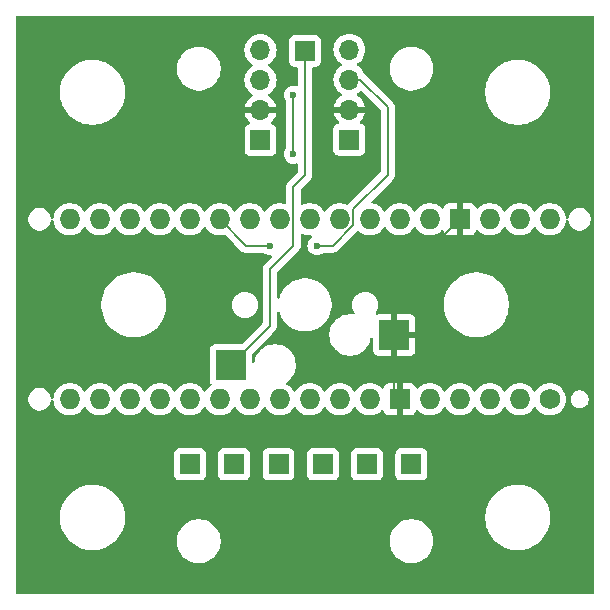
<source format=gbr>
%TF.GenerationSoftware,KiCad,Pcbnew,8.0.8*%
%TF.CreationDate,2025-02-27T19:37:01-05:00*%
%TF.ProjectId,modular_sdvx_pcb_nostabs,6d6f6475-6c61-4725-9f73-6476785f7063,rev?*%
%TF.SameCoordinates,Original*%
%TF.FileFunction,Copper,L2,Bot*%
%TF.FilePolarity,Positive*%
%FSLAX46Y46*%
G04 Gerber Fmt 4.6, Leading zero omitted, Abs format (unit mm)*
G04 Created by KiCad (PCBNEW 8.0.8) date 2025-02-27 19:37:01*
%MOMM*%
%LPD*%
G01*
G04 APERTURE LIST*
%TA.AperFunction,ComponentPad*%
%ADD10R,1.700000X1.700000*%
%TD*%
%TA.AperFunction,ComponentPad*%
%ADD11O,1.700000X1.700000*%
%TD*%
%TA.AperFunction,SMDPad,CuDef*%
%ADD12R,2.550000X2.500000*%
%TD*%
%TA.AperFunction,ComponentPad*%
%ADD13O,1.727200X1.727200*%
%TD*%
%TA.AperFunction,ComponentPad*%
%ADD14R,1.727200X1.727200*%
%TD*%
%TA.AperFunction,ComponentPad*%
%ADD15C,1.727200*%
%TD*%
%TA.AperFunction,ViaPad*%
%ADD16C,0.600000*%
%TD*%
%TA.AperFunction,Conductor*%
%ADD17C,0.200000*%
%TD*%
G04 APERTURE END LIST*
D10*
%TO.P,ENC_R1,1,Pin_1*%
%TO.N,/5V*%
X3750000Y14000000D03*
D11*
%TO.P,ENC_R1,2,Pin_2*%
%TO.N,GND*%
X3750000Y16540000D03*
%TO.P,ENC_R1,3,Pin_3*%
%TO.N,/ENC_R_A*%
X3750000Y19080000D03*
%TO.P,ENC_R1,4,Pin_4*%
%TO.N,/ENC_R_B*%
X3750000Y21620000D03*
%TD*%
D12*
%TO.P,Key1,1*%
%TO.N,Net-(SW_OUT1-Pin_1)*%
X-6290000Y-5080000D03*
%TO.P,Key1,2*%
%TO.N,GND*%
X7560000Y-2540000D03*
%TD*%
D10*
%TO.P,SW_D_in1,1,Pin_1*%
%TO.N,Net-(SW_D_in1-Pin_1)*%
X-2250000Y-13500000D03*
%TD*%
%TO.P,SW_B_in1,1,Pin_1*%
%TO.N,Net-(SW_B_in1-Pin_1)*%
X5250000Y-13500000D03*
%TD*%
%TO.P,ENC_L1,1,Pin_1*%
%TO.N,/5V*%
X-3775000Y13950000D03*
D11*
%TO.P,ENC_L1,2,Pin_2*%
%TO.N,GND*%
X-3775000Y16490000D03*
%TO.P,ENC_L1,3,Pin_3*%
%TO.N,/ENC_L_A*%
X-3775000Y19030000D03*
%TO.P,ENC_L1,4,Pin_4*%
%TO.N,/ENC_L_B*%
X-3775000Y21570000D03*
%TD*%
D10*
%TO.P,SW_C_in1,1,Pin_1*%
%TO.N,Net-(A1-D7_INT4)*%
X1500000Y-13500000D03*
%TD*%
%TO.P,SW_L_in1,1,Pin_1*%
%TO.N,Net-(SW_L_in1-Pin_1)*%
X-6000000Y-13500000D03*
%TD*%
%TO.P,SW_R_in1,1,Pin_1*%
%TO.N,Net-(SW_R_in1-Pin_1)*%
X-9750000Y-13500000D03*
%TD*%
%TO.P,SW_OUT1,1,Pin_1*%
%TO.N,Net-(SW_OUT1-Pin_1)*%
X0Y21500000D03*
%TD*%
%TO.P,SW_A_in1,1,Pin_1*%
%TO.N,Net-(SW_A_in1-Pin_1)*%
X9000000Y-13500000D03*
%TD*%
D13*
%TO.P,A1,*%
%TO.N,*%
X2930000Y7250000D03*
X5470000Y7250000D03*
%TO.P,A1,3V3,3.3V*%
%TO.N,unconnected-(A1-3.3V-Pad3V3)*%
X-17390000Y7250000D03*
%TO.P,A1,5V,5V*%
%TO.N,/5V*%
X8010000Y7250000D03*
%TO.P,A1,A0,A0*%
%TO.N,/ENC_L_A*%
X-12310000Y7250000D03*
%TO.P,A1,A1,A1*%
%TO.N,/ENC_L_B*%
X-9770000Y7250000D03*
%TO.P,A1,A2,A2*%
%TO.N,/ENC_R_A*%
X-7230000Y7250000D03*
%TO.P,A1,A3,A3*%
%TO.N,/ENC_R_B*%
X-4690000Y7250000D03*
%TO.P,A1,A4,A4*%
%TO.N,unconnected-(A1-PadA4)*%
X-2150000Y7250000D03*
%TO.P,A1,A5,A5*%
%TO.N,unconnected-(A1-PadA5)*%
X390000Y7250000D03*
%TO.P,A1,AREF,AREF*%
%TO.N,unconnected-(A1-PadAREF)*%
X-14850000Y7250000D03*
%TO.P,A1,D0,D0/RX*%
%TO.N,unconnected-(A1-D0{slash}RX-PadD0)*%
X13090000Y-7990000D03*
%TO.P,A1,D1,D1/TX*%
%TO.N,unconnected-(A1-D1{slash}TX-PadD1)*%
X15630000Y-7990000D03*
%TO.P,A1,D2,D2/SDA*%
%TO.N,unconnected-(A1-D2{slash}SDA-PadD2)*%
X5470000Y-7990000D03*
%TO.P,A1,D3,D3/SCL*%
%TO.N,unconnected-(A1-D3{slash}SCL-PadD3)*%
X2930000Y-7990000D03*
%TO.P,A1,D4,D4*%
%TO.N,unconnected-(A1-PadD4)*%
X390000Y-7990000D03*
%TO.P,A1,D5,D5*%
%TO.N,Net-(SW_A_in1-Pin_1)*%
X-2150000Y-7990000D03*
%TO.P,A1,D6,D6*%
%TO.N,Net-(SW_B_in1-Pin_1)*%
X-4690000Y-7990000D03*
%TO.P,A1,D7,D7_INT4*%
%TO.N,Net-(A1-D7_INT4)*%
X-7230000Y-7990000D03*
%TO.P,A1,D8,D8*%
%TO.N,Net-(SW_D_in1-Pin_1)*%
X-9770000Y-7990000D03*
%TO.P,A1,D9,D9*%
%TO.N,Net-(SW_L_in1-Pin_1)*%
X-12310000Y-7990000D03*
%TO.P,A1,D10,D10*%
%TO.N,Net-(SW_R_in1-Pin_1)*%
X-14850000Y-7990000D03*
%TO.P,A1,D11,D11*%
%TO.N,unconnected-(A1-PadD11)*%
X-17390000Y-7990000D03*
%TO.P,A1,D12,D12*%
%TO.N,unconnected-(A1-PadD12)*%
X-19930000Y-7990000D03*
%TO.P,A1,D13,D13*%
%TO.N,unconnected-(A1-PadD13)*%
X-19930000Y7250000D03*
D14*
%TO.P,A1,GND1,GND*%
%TO.N,GND*%
X13090000Y7250000D03*
%TO.P,A1,GND2,GND*%
X8010000Y-7990000D03*
D13*
%TO.P,A1,MISO,SPI_MISO*%
%TO.N,unconnected-(A1-SPI_MISO-PadMISO)*%
X18170000Y7250000D03*
D15*
%TO.P,A1,MOSI,SPI_MOSI*%
%TO.N,unconnected-(A1-SPI_MOSI-PadMOSI)*%
X20710000Y-7990000D03*
D13*
%TO.P,A1,RST1,RESET*%
%TO.N,unconnected-(A1-RESET-PadRST1)*%
X10550000Y7250000D03*
%TO.P,A1,RST2,RESET*%
%TO.N,unconnected-(A1-RESET-PadRST2)*%
X10550000Y-7990000D03*
%TO.P,A1,SCK,SPI_SCK*%
%TO.N,unconnected-(A1-SPI_SCK-PadSCK)*%
X20710000Y7250000D03*
%TO.P,A1,SS,SPI_CS*%
%TO.N,unconnected-(A1-SPI_CS-PadSS)*%
X18170000Y-7990000D03*
%TO.P,A1,VIN,VIN*%
%TO.N,unconnected-(A1-PadVIN)*%
X15630000Y7250000D03*
%TD*%
D16*
%TO.N,/ENC_R_B*%
X-1000000Y17750000D03*
X-1000000Y12750000D03*
%TO.N,/ENC_R_A*%
X1000000Y5000000D03*
X-3000000Y5000000D03*
%TD*%
D17*
%TO.N,/ENC_R_B*%
X-1000000Y12750000D02*
X-1000000Y17750000D01*
%TO.N,/ENC_R_A*%
X7000000Y16750000D02*
X7000000Y11000000D01*
X4093600Y8093600D02*
X4093600Y6768021D01*
X4093600Y6768021D02*
X2325579Y5000000D01*
X-4980000Y5000000D02*
X-7230000Y7250000D01*
X7000000Y11000000D02*
X4093600Y8093600D01*
X2325579Y5000000D02*
X1000000Y5000000D01*
X-3000000Y5000000D02*
X-4980000Y5000000D01*
X3750000Y19080000D02*
X4670000Y19080000D01*
X4670000Y19080000D02*
X7000000Y16750000D01*
%TO.N,GND*%
X7560000Y-7540000D02*
X8010000Y-7990000D01*
X7560000Y-2540000D02*
X7560000Y1720000D01*
X7560000Y1720000D02*
X13090000Y7250000D01*
X7560000Y-2540000D02*
X7560000Y-7540000D01*
%TO.N,Net-(SW_OUT1-Pin_1)*%
X-986400Y5013600D02*
X-986400Y10013600D01*
X-6290000Y-5080000D02*
X-3000000Y-1790000D01*
X-3000000Y-1790000D02*
X-3000000Y3000000D01*
X-986400Y10013600D02*
X0Y11000000D01*
X0Y11000000D02*
X0Y21500000D01*
X-3000000Y3000000D02*
X-986400Y5013600D01*
%TD*%
%TA.AperFunction,Conductor*%
%TO.N,GND*%
G36*
X24442539Y24479815D02*
G01*
X24488294Y24427011D01*
X24499500Y24375500D01*
X24499500Y-24375500D01*
X24479815Y-24442539D01*
X24427011Y-24488294D01*
X24375500Y-24499500D01*
X-24375500Y-24499500D01*
X-24442539Y-24479815D01*
X-24488294Y-24427011D01*
X-24499500Y-24375500D01*
X-24499500Y-17845532D01*
X-20750500Y-17845532D01*
X-20750500Y-18154467D01*
X-20750499Y-18154471D01*
X-20716293Y-18458067D01*
X-20715911Y-18461452D01*
X-20647168Y-18762636D01*
X-20545135Y-19054229D01*
X-20411095Y-19332565D01*
X-20246735Y-19594143D01*
X-20054120Y-19835674D01*
X-19835674Y-20054120D01*
X-19594143Y-20246735D01*
X-19332565Y-20411095D01*
X-19054229Y-20545135D01*
X-18762636Y-20647168D01*
X-18461452Y-20715911D01*
X-18461442Y-20715912D01*
X-18461437Y-20715913D01*
X-18311356Y-20732822D01*
X-18154469Y-20750499D01*
X-18154468Y-20750500D01*
X-18154465Y-20750500D01*
X-17845532Y-20750500D01*
X-17845529Y-20750499D01*
X-17743206Y-20738970D01*
X-17538562Y-20715913D01*
X-17538554Y-20715911D01*
X-17538548Y-20715911D01*
X-17237364Y-20647168D01*
X-17237352Y-20647164D01*
X-16945777Y-20545137D01*
X-16945778Y-20545137D01*
X-16945771Y-20545135D01*
X-16667435Y-20411095D01*
X-16405857Y-20246735D01*
X-16164326Y-20054120D01*
X-15988918Y-19878712D01*
X-10850500Y-19878712D01*
X-10850500Y-20121288D01*
X-10818838Y-20361789D01*
X-10756054Y-20596100D01*
X-10663224Y-20820212D01*
X-10541936Y-21030289D01*
X-10394265Y-21222738D01*
X-10222738Y-21394265D01*
X-10030289Y-21541936D01*
X-9820212Y-21663224D01*
X-9596100Y-21756054D01*
X-9361789Y-21818838D01*
X-9169388Y-21844167D01*
X-9121289Y-21850500D01*
X-9121288Y-21850500D01*
X-8878711Y-21850500D01*
X-8818586Y-21842584D01*
X-8638211Y-21818838D01*
X-8403900Y-21756054D01*
X-8179788Y-21663224D01*
X-7969711Y-21541936D01*
X-7777262Y-21394265D01*
X-7777256Y-21394260D01*
X-7605739Y-21222743D01*
X-7605733Y-21222736D01*
X-7458067Y-21030293D01*
X-7458066Y-21030292D01*
X-7458064Y-21030289D01*
X-7336776Y-20820212D01*
X-7293573Y-20715911D01*
X-7243947Y-20596104D01*
X-7181161Y-20361785D01*
X-7149500Y-20121288D01*
X-7149500Y-19878711D01*
X7149500Y-19878711D01*
X7149500Y-20121288D01*
X7181161Y-20361785D01*
X7243947Y-20596104D01*
X7293573Y-20715911D01*
X7336776Y-20820212D01*
X7458064Y-21030289D01*
X7458066Y-21030292D01*
X7458067Y-21030293D01*
X7605733Y-21222736D01*
X7605739Y-21222743D01*
X7777256Y-21394260D01*
X7777262Y-21394265D01*
X7969711Y-21541936D01*
X8179788Y-21663224D01*
X8403900Y-21756054D01*
X8638211Y-21818838D01*
X8818586Y-21842584D01*
X8878711Y-21850500D01*
X8878712Y-21850500D01*
X9121289Y-21850500D01*
X9169388Y-21844167D01*
X9361789Y-21818838D01*
X9596100Y-21756054D01*
X9820212Y-21663224D01*
X10030289Y-21541936D01*
X10222738Y-21394265D01*
X10394265Y-21222738D01*
X10541936Y-21030289D01*
X10663224Y-20820212D01*
X10756054Y-20596100D01*
X10818838Y-20361789D01*
X10850500Y-20121288D01*
X10850500Y-19878712D01*
X10818838Y-19638211D01*
X10756054Y-19403900D01*
X10663224Y-19179788D01*
X10541936Y-18969711D01*
X10394265Y-18777262D01*
X10394260Y-18777256D01*
X10222743Y-18605739D01*
X10222736Y-18605733D01*
X10030293Y-18458067D01*
X10030292Y-18458066D01*
X10030289Y-18458064D01*
X9820212Y-18336776D01*
X9820205Y-18336773D01*
X9596104Y-18243947D01*
X9361785Y-18181161D01*
X9121289Y-18149500D01*
X9121288Y-18149500D01*
X8878712Y-18149500D01*
X8878711Y-18149500D01*
X8638214Y-18181161D01*
X8403895Y-18243947D01*
X8179794Y-18336773D01*
X8179785Y-18336777D01*
X7969706Y-18458067D01*
X7777263Y-18605733D01*
X7777256Y-18605739D01*
X7605739Y-18777256D01*
X7605733Y-18777263D01*
X7458067Y-18969706D01*
X7336777Y-19179785D01*
X7336773Y-19179794D01*
X7243947Y-19403895D01*
X7181161Y-19638214D01*
X7149500Y-19878711D01*
X-7149500Y-19878711D01*
X-7181161Y-19638214D01*
X-7243947Y-19403895D01*
X-7336773Y-19179794D01*
X-7336777Y-19179785D01*
X-7458067Y-18969706D01*
X-7605733Y-18777263D01*
X-7605739Y-18777256D01*
X-7777256Y-18605739D01*
X-7777263Y-18605733D01*
X-7969706Y-18458067D01*
X-8179785Y-18336777D01*
X-8179794Y-18336773D01*
X-8403895Y-18243947D01*
X-8638214Y-18181161D01*
X-8878711Y-18149500D01*
X-8878712Y-18149500D01*
X-9121288Y-18149500D01*
X-9121289Y-18149500D01*
X-9361785Y-18181161D01*
X-9596104Y-18243947D01*
X-9820205Y-18336773D01*
X-9820212Y-18336776D01*
X-10030289Y-18458064D01*
X-10030292Y-18458066D01*
X-10030293Y-18458067D01*
X-10222736Y-18605733D01*
X-10222743Y-18605739D01*
X-10394260Y-18777256D01*
X-10394265Y-18777262D01*
X-10541936Y-18969711D01*
X-10663224Y-19179788D01*
X-10756054Y-19403900D01*
X-10818838Y-19638211D01*
X-10850500Y-19878712D01*
X-15988918Y-19878712D01*
X-15945880Y-19835674D01*
X-15753265Y-19594143D01*
X-15588905Y-19332565D01*
X-15588903Y-19332562D01*
X-15454868Y-19054236D01*
X-15454862Y-19054222D01*
X-15352835Y-18762647D01*
X-15352831Y-18762635D01*
X-15284089Y-18461455D01*
X-15284086Y-18461437D01*
X-15249500Y-18154471D01*
X-15249500Y-17845528D01*
X15249500Y-17845528D01*
X15249500Y-18154471D01*
X15284086Y-18461437D01*
X15284089Y-18461455D01*
X15352831Y-18762635D01*
X15352835Y-18762647D01*
X15454862Y-19054222D01*
X15454868Y-19054236D01*
X15588903Y-19332562D01*
X15588905Y-19332565D01*
X15753265Y-19594143D01*
X15945880Y-19835674D01*
X16164326Y-20054120D01*
X16405857Y-20246735D01*
X16667435Y-20411095D01*
X16945771Y-20545135D01*
X16945777Y-20545137D01*
X17237352Y-20647164D01*
X17237364Y-20647168D01*
X17538548Y-20715911D01*
X17538554Y-20715911D01*
X17538562Y-20715913D01*
X17743206Y-20738970D01*
X17845529Y-20750499D01*
X17845532Y-20750500D01*
X17845535Y-20750500D01*
X18154468Y-20750500D01*
X18154469Y-20750499D01*
X18311356Y-20732822D01*
X18461437Y-20715913D01*
X18461442Y-20715912D01*
X18461452Y-20715911D01*
X18762636Y-20647168D01*
X19054229Y-20545135D01*
X19332565Y-20411095D01*
X19594143Y-20246735D01*
X19835674Y-20054120D01*
X20054120Y-19835674D01*
X20246735Y-19594143D01*
X20411095Y-19332565D01*
X20545135Y-19054229D01*
X20647168Y-18762636D01*
X20715911Y-18461452D01*
X20716293Y-18458067D01*
X20750499Y-18154471D01*
X20750500Y-18154467D01*
X20750500Y-17845532D01*
X20750499Y-17845528D01*
X20715913Y-17538562D01*
X20715910Y-17538544D01*
X20647168Y-17237364D01*
X20647164Y-17237352D01*
X20545137Y-16945777D01*
X20545135Y-16945771D01*
X20411095Y-16667435D01*
X20246735Y-16405857D01*
X20054120Y-16164326D01*
X19835674Y-15945880D01*
X19594143Y-15753265D01*
X19332565Y-15588905D01*
X19332562Y-15588903D01*
X19054236Y-15454868D01*
X19054222Y-15454862D01*
X18762647Y-15352835D01*
X18762635Y-15352831D01*
X18461455Y-15284089D01*
X18461437Y-15284086D01*
X18154471Y-15249500D01*
X18154465Y-15249500D01*
X17845535Y-15249500D01*
X17845528Y-15249500D01*
X17538562Y-15284086D01*
X17538544Y-15284089D01*
X17237364Y-15352831D01*
X17237352Y-15352835D01*
X16945777Y-15454862D01*
X16945763Y-15454868D01*
X16667437Y-15588903D01*
X16405858Y-15753264D01*
X16164326Y-15945879D01*
X15945879Y-16164326D01*
X15753264Y-16405858D01*
X15588903Y-16667437D01*
X15454868Y-16945763D01*
X15454862Y-16945777D01*
X15352835Y-17237352D01*
X15352831Y-17237364D01*
X15284089Y-17538544D01*
X15284086Y-17538562D01*
X15249500Y-17845528D01*
X-15249500Y-17845528D01*
X-15284086Y-17538562D01*
X-15284089Y-17538544D01*
X-15352831Y-17237364D01*
X-15352835Y-17237352D01*
X-15454862Y-16945777D01*
X-15454868Y-16945763D01*
X-15588903Y-16667437D01*
X-15753264Y-16405858D01*
X-15945879Y-16164326D01*
X-16164326Y-15945879D01*
X-16405858Y-15753264D01*
X-16667437Y-15588903D01*
X-16945763Y-15454868D01*
X-16945777Y-15454862D01*
X-17237352Y-15352835D01*
X-17237364Y-15352831D01*
X-17538544Y-15284089D01*
X-17538562Y-15284086D01*
X-17845528Y-15249500D01*
X-17845535Y-15249500D01*
X-18154465Y-15249500D01*
X-18154471Y-15249500D01*
X-18461437Y-15284086D01*
X-18461455Y-15284089D01*
X-18762635Y-15352831D01*
X-18762647Y-15352835D01*
X-19054222Y-15454862D01*
X-19054236Y-15454868D01*
X-19332562Y-15588903D01*
X-19332565Y-15588905D01*
X-19594143Y-15753265D01*
X-19835674Y-15945880D01*
X-20054120Y-16164326D01*
X-20246735Y-16405857D01*
X-20411095Y-16667435D01*
X-20545135Y-16945771D01*
X-20545137Y-16945777D01*
X-20647164Y-17237352D01*
X-20647168Y-17237364D01*
X-20715910Y-17538544D01*
X-20715913Y-17538562D01*
X-20750499Y-17845528D01*
X-20750500Y-17845532D01*
X-24499500Y-17845532D01*
X-24499500Y-12602127D01*
X-11100500Y-12602127D01*
X-11100499Y-14397872D01*
X-11094091Y-14457483D01*
X-11043796Y-14592331D01*
X-10957546Y-14707546D01*
X-10842331Y-14793796D01*
X-10707483Y-14844091D01*
X-10647873Y-14850500D01*
X-8852128Y-14850499D01*
X-8803757Y-14845299D01*
X-8792516Y-14844091D01*
X-8657671Y-14793797D01*
X-8657664Y-14793793D01*
X-8542455Y-14707547D01*
X-8542452Y-14707544D01*
X-8456206Y-14592335D01*
X-8456202Y-14592328D01*
X-8405908Y-14457482D01*
X-8399501Y-14397883D01*
X-8399500Y-14397881D01*
X-8399500Y-14397873D01*
X-8399500Y-14397864D01*
X-8399500Y-12602129D01*
X-8399500Y-12602127D01*
X-7350500Y-12602127D01*
X-7350499Y-14397872D01*
X-7344091Y-14457483D01*
X-7293796Y-14592331D01*
X-7207546Y-14707546D01*
X-7092331Y-14793796D01*
X-6957483Y-14844091D01*
X-6897873Y-14850500D01*
X-5102128Y-14850499D01*
X-5053757Y-14845299D01*
X-5042516Y-14844091D01*
X-4907671Y-14793797D01*
X-4907664Y-14793793D01*
X-4792455Y-14707547D01*
X-4792452Y-14707544D01*
X-4706206Y-14592335D01*
X-4706202Y-14592328D01*
X-4655908Y-14457482D01*
X-4649501Y-14397883D01*
X-4649500Y-14397881D01*
X-4649500Y-14397873D01*
X-4649500Y-14397864D01*
X-4649500Y-12602129D01*
X-4649500Y-12602127D01*
X-3600500Y-12602127D01*
X-3600499Y-14397872D01*
X-3594091Y-14457483D01*
X-3543796Y-14592331D01*
X-3457546Y-14707546D01*
X-3342331Y-14793796D01*
X-3207483Y-14844091D01*
X-3147873Y-14850500D01*
X-1352128Y-14850499D01*
X-1303757Y-14845299D01*
X-1292516Y-14844091D01*
X-1157671Y-14793797D01*
X-1157664Y-14793793D01*
X-1042455Y-14707547D01*
X-1042452Y-14707544D01*
X-956206Y-14592335D01*
X-956202Y-14592328D01*
X-905908Y-14457482D01*
X-899501Y-14397883D01*
X-899500Y-14397881D01*
X-899500Y-14397873D01*
X-899500Y-14397864D01*
X-899500Y-12602135D01*
X149500Y-12602135D01*
X149500Y-14397870D01*
X149501Y-14397876D01*
X155908Y-14457483D01*
X206202Y-14592328D01*
X206206Y-14592335D01*
X292452Y-14707544D01*
X292455Y-14707547D01*
X407664Y-14793793D01*
X407671Y-14793797D01*
X542517Y-14844091D01*
X542516Y-14844091D01*
X549444Y-14844835D01*
X602127Y-14850500D01*
X2397872Y-14850499D01*
X2457483Y-14844091D01*
X2592331Y-14793796D01*
X2707546Y-14707546D01*
X2793796Y-14592331D01*
X2844091Y-14457483D01*
X2850500Y-14397873D01*
X2850499Y-12602135D01*
X3899500Y-12602135D01*
X3899500Y-14397870D01*
X3899501Y-14397876D01*
X3905908Y-14457483D01*
X3956202Y-14592328D01*
X3956206Y-14592335D01*
X4042452Y-14707544D01*
X4042455Y-14707547D01*
X4157664Y-14793793D01*
X4157671Y-14793797D01*
X4292517Y-14844091D01*
X4292516Y-14844091D01*
X4299444Y-14844835D01*
X4352127Y-14850500D01*
X6147872Y-14850499D01*
X6207483Y-14844091D01*
X6342331Y-14793796D01*
X6457546Y-14707546D01*
X6543796Y-14592331D01*
X6594091Y-14457483D01*
X6600500Y-14397873D01*
X6600499Y-12602135D01*
X7649500Y-12602135D01*
X7649500Y-14397870D01*
X7649501Y-14397876D01*
X7655908Y-14457483D01*
X7706202Y-14592328D01*
X7706206Y-14592335D01*
X7792452Y-14707544D01*
X7792455Y-14707547D01*
X7907664Y-14793793D01*
X7907671Y-14793797D01*
X8042517Y-14844091D01*
X8042516Y-14844091D01*
X8049444Y-14844835D01*
X8102127Y-14850500D01*
X9897872Y-14850499D01*
X9957483Y-14844091D01*
X10092331Y-14793796D01*
X10207546Y-14707546D01*
X10293796Y-14592331D01*
X10344091Y-14457483D01*
X10350500Y-14397873D01*
X10350499Y-12602128D01*
X10344091Y-12542517D01*
X10293796Y-12407669D01*
X10293795Y-12407668D01*
X10293793Y-12407664D01*
X10207547Y-12292455D01*
X10207544Y-12292452D01*
X10092335Y-12206206D01*
X10092328Y-12206202D01*
X9957482Y-12155908D01*
X9957483Y-12155908D01*
X9897883Y-12149501D01*
X9897881Y-12149500D01*
X9897873Y-12149500D01*
X9897864Y-12149500D01*
X8102129Y-12149500D01*
X8102123Y-12149501D01*
X8042516Y-12155908D01*
X7907671Y-12206202D01*
X7907664Y-12206206D01*
X7792455Y-12292452D01*
X7792452Y-12292455D01*
X7706206Y-12407664D01*
X7706202Y-12407671D01*
X7655908Y-12542517D01*
X7649501Y-12602116D01*
X7649501Y-12602123D01*
X7649500Y-12602135D01*
X6600499Y-12602135D01*
X6600499Y-12602128D01*
X6594091Y-12542517D01*
X6543796Y-12407669D01*
X6543795Y-12407668D01*
X6543793Y-12407664D01*
X6457547Y-12292455D01*
X6457544Y-12292452D01*
X6342335Y-12206206D01*
X6342328Y-12206202D01*
X6207482Y-12155908D01*
X6207483Y-12155908D01*
X6147883Y-12149501D01*
X6147881Y-12149500D01*
X6147873Y-12149500D01*
X6147864Y-12149500D01*
X4352129Y-12149500D01*
X4352123Y-12149501D01*
X4292516Y-12155908D01*
X4157671Y-12206202D01*
X4157664Y-12206206D01*
X4042455Y-12292452D01*
X4042452Y-12292455D01*
X3956206Y-12407664D01*
X3956202Y-12407671D01*
X3905908Y-12542517D01*
X3899501Y-12602116D01*
X3899501Y-12602123D01*
X3899500Y-12602135D01*
X2850499Y-12602135D01*
X2850499Y-12602128D01*
X2844091Y-12542517D01*
X2793796Y-12407669D01*
X2793795Y-12407668D01*
X2793793Y-12407664D01*
X2707547Y-12292455D01*
X2707544Y-12292452D01*
X2592335Y-12206206D01*
X2592328Y-12206202D01*
X2457482Y-12155908D01*
X2457483Y-12155908D01*
X2397883Y-12149501D01*
X2397881Y-12149500D01*
X2397873Y-12149500D01*
X2397864Y-12149500D01*
X602129Y-12149500D01*
X602123Y-12149501D01*
X542516Y-12155908D01*
X407671Y-12206202D01*
X407664Y-12206206D01*
X292455Y-12292452D01*
X292452Y-12292455D01*
X206206Y-12407664D01*
X206202Y-12407671D01*
X155908Y-12542517D01*
X149501Y-12602116D01*
X149501Y-12602123D01*
X149500Y-12602135D01*
X-899500Y-12602135D01*
X-899500Y-12602129D01*
X-899501Y-12602123D01*
X-905908Y-12542516D01*
X-956202Y-12407671D01*
X-956206Y-12407664D01*
X-1042452Y-12292455D01*
X-1042455Y-12292452D01*
X-1157664Y-12206206D01*
X-1157671Y-12206202D01*
X-1292517Y-12155908D01*
X-1292516Y-12155908D01*
X-1352116Y-12149501D01*
X-1352119Y-12149500D01*
X-1352127Y-12149500D01*
X-1352134Y-12149500D01*
X-1352135Y-12149500D01*
X-3147870Y-12149500D01*
X-3147876Y-12149501D01*
X-3207483Y-12155908D01*
X-3342328Y-12206202D01*
X-3342335Y-12206206D01*
X-3457544Y-12292452D01*
X-3457547Y-12292455D01*
X-3543793Y-12407664D01*
X-3543795Y-12407668D01*
X-3543796Y-12407669D01*
X-3594091Y-12542517D01*
X-3600500Y-12602127D01*
X-4649500Y-12602127D01*
X-4649501Y-12602123D01*
X-4655908Y-12542516D01*
X-4706202Y-12407671D01*
X-4706206Y-12407664D01*
X-4792452Y-12292455D01*
X-4792455Y-12292452D01*
X-4907664Y-12206206D01*
X-4907671Y-12206202D01*
X-5042517Y-12155908D01*
X-5042516Y-12155908D01*
X-5102116Y-12149501D01*
X-5102119Y-12149500D01*
X-5102127Y-12149500D01*
X-5102134Y-12149500D01*
X-5102135Y-12149500D01*
X-6897870Y-12149500D01*
X-6897876Y-12149501D01*
X-6957483Y-12155908D01*
X-7092328Y-12206202D01*
X-7092335Y-12206206D01*
X-7207544Y-12292452D01*
X-7207547Y-12292455D01*
X-7293793Y-12407664D01*
X-7293795Y-12407668D01*
X-7293796Y-12407669D01*
X-7344091Y-12542517D01*
X-7350500Y-12602127D01*
X-8399500Y-12602127D01*
X-8399501Y-12602123D01*
X-8405908Y-12542516D01*
X-8456202Y-12407671D01*
X-8456206Y-12407664D01*
X-8542452Y-12292455D01*
X-8542455Y-12292452D01*
X-8657664Y-12206206D01*
X-8657671Y-12206202D01*
X-8792517Y-12155908D01*
X-8792516Y-12155908D01*
X-8852116Y-12149501D01*
X-8852119Y-12149500D01*
X-8852127Y-12149500D01*
X-8852134Y-12149500D01*
X-8852135Y-12149500D01*
X-10647870Y-12149500D01*
X-10647876Y-12149501D01*
X-10707483Y-12155908D01*
X-10842328Y-12206202D01*
X-10842335Y-12206206D01*
X-10957544Y-12292452D01*
X-10957547Y-12292455D01*
X-11043793Y-12407664D01*
X-11043795Y-12407668D01*
X-11043796Y-12407669D01*
X-11094091Y-12542517D01*
X-11100500Y-12602127D01*
X-24499500Y-12602127D01*
X-24499500Y154467D01*
X-17250500Y154467D01*
X-17250500Y-154467D01*
X-17250499Y-154471D01*
X-17218464Y-438800D01*
X-17215911Y-461452D01*
X-17147168Y-762636D01*
X-17045135Y-1054229D01*
X-16911095Y-1332565D01*
X-16746735Y-1594143D01*
X-16554120Y-1835674D01*
X-16335674Y-2054120D01*
X-16094143Y-2246735D01*
X-15832565Y-2411095D01*
X-15554229Y-2545135D01*
X-15262636Y-2647168D01*
X-14961452Y-2715911D01*
X-14961442Y-2715912D01*
X-14961437Y-2715913D01*
X-14811356Y-2732822D01*
X-14654469Y-2750499D01*
X-14654468Y-2750500D01*
X-14654465Y-2750500D01*
X-14345532Y-2750500D01*
X-14345529Y-2750499D01*
X-14243206Y-2738970D01*
X-14038562Y-2715913D01*
X-14038554Y-2715911D01*
X-14038548Y-2715911D01*
X-13737364Y-2647168D01*
X-13737352Y-2647164D01*
X-13445777Y-2545137D01*
X-13445778Y-2545137D01*
X-13445771Y-2545135D01*
X-13167435Y-2411095D01*
X-12905857Y-2246735D01*
X-12664326Y-2054120D01*
X-12445880Y-1835674D01*
X-12253265Y-1594143D01*
X-12088905Y-1332565D01*
X-12088903Y-1332562D01*
X-11954868Y-1054236D01*
X-11954862Y-1054222D01*
X-11852835Y-762647D01*
X-11852831Y-762635D01*
X-11784089Y-461455D01*
X-11784086Y-461437D01*
X-11749500Y-154471D01*
X-11749500Y86687D01*
X-6181400Y86687D01*
X-6181400Y-86687D01*
X-6171831Y-147099D01*
X-6154280Y-257912D01*
X-6100708Y-422791D01*
X-6022002Y-577260D01*
X-5920101Y-717514D01*
X-5797514Y-840101D01*
X-5657260Y-942002D01*
X-5502791Y-1020708D01*
X-5337912Y-1074280D01*
X-5249695Y-1088252D01*
X-5166687Y-1101400D01*
X-5166682Y-1101400D01*
X-4993313Y-1101400D01*
X-4896351Y-1086042D01*
X-4822088Y-1074280D01*
X-4739648Y-1047494D01*
X-4657211Y-1020709D01*
X-4657208Y-1020708D01*
X-4551126Y-966656D01*
X-4502740Y-942002D01*
X-4362486Y-840101D01*
X-4239899Y-717514D01*
X-4137998Y-577260D01*
X-4131649Y-564799D01*
X-4059291Y-422791D01*
X-4059290Y-422788D01*
X-4005720Y-257913D01*
X-3978600Y-86687D01*
X-3978600Y86687D01*
X-4005720Y257913D01*
X-4059290Y422788D01*
X-4059291Y422791D01*
X-4137998Y577260D01*
X-4146534Y589009D01*
X-4239899Y717514D01*
X-4362486Y840101D01*
X-4502740Y942002D01*
X-4606350Y994794D01*
X-4657208Y1020708D01*
X-4657211Y1020709D01*
X-4739648Y1047494D01*
X-4822088Y1074280D01*
X-4901391Y1086840D01*
X-4993313Y1101400D01*
X-4993318Y1101400D01*
X-5166682Y1101400D01*
X-5166687Y1101400D01*
X-5249695Y1088252D01*
X-5337912Y1074280D01*
X-5502791Y1020708D01*
X-5657260Y942002D01*
X-5797514Y840101D01*
X-5920101Y717514D01*
X-6022002Y577260D01*
X-6100708Y422791D01*
X-6154280Y257912D01*
X-6168252Y169695D01*
X-6181400Y86687D01*
X-11749500Y86687D01*
X-11749500Y154471D01*
X-11784086Y461437D01*
X-11784089Y461455D01*
X-11852831Y762635D01*
X-11852835Y762647D01*
X-11954862Y1054222D01*
X-11954868Y1054236D01*
X-12088903Y1332562D01*
X-12183436Y1483011D01*
X-12253265Y1594143D01*
X-12445880Y1835674D01*
X-12664326Y2054120D01*
X-12905857Y2246735D01*
X-13167435Y2411095D01*
X-13445771Y2545135D01*
X-13542968Y2579146D01*
X-13737352Y2647164D01*
X-13737364Y2647168D01*
X-14038544Y2715910D01*
X-14038548Y2715911D01*
X-14038554Y2715911D01*
X-14038562Y2715913D01*
X-14243206Y2738970D01*
X-14345530Y2750499D01*
X-14345533Y2750500D01*
X-14345535Y2750500D01*
X-14654465Y2750500D01*
X-14654467Y2750500D01*
X-14654468Y2750499D01*
X-14811356Y2732822D01*
X-14961437Y2715913D01*
X-14961442Y2715912D01*
X-14961452Y2715911D01*
X-15262636Y2647168D01*
X-15554229Y2545135D01*
X-15832565Y2411095D01*
X-16094143Y2246735D01*
X-16335674Y2054120D01*
X-16554120Y1835674D01*
X-16746735Y1594143D01*
X-16911095Y1332565D01*
X-17045135Y1054229D01*
X-17147168Y762636D01*
X-17198843Y536229D01*
X-17215910Y461455D01*
X-17215913Y461437D01*
X-17250499Y154471D01*
X-17250500Y154467D01*
X-24499500Y154467D01*
X-24499500Y7343616D01*
X-23420500Y7343616D01*
X-23420500Y7156384D01*
X-23383973Y6972749D01*
X-23330435Y6843498D01*
X-23312323Y6799771D01*
X-23312318Y6799762D01*
X-23208302Y6644092D01*
X-23208299Y6644088D01*
X-23075911Y6511700D01*
X-23075907Y6511697D01*
X-22920237Y6407681D01*
X-22920228Y6407676D01*
X-22747251Y6336027D01*
X-22747243Y6336025D01*
X-22563620Y6299500D01*
X-22563616Y6299500D01*
X-22376379Y6299500D01*
X-22192756Y6336025D01*
X-22192748Y6336027D01*
X-22019771Y6407676D01*
X-22019762Y6407681D01*
X-21864092Y6511697D01*
X-21864088Y6511700D01*
X-21731700Y6644088D01*
X-21731697Y6644092D01*
X-21627681Y6799762D01*
X-21627676Y6799771D01*
X-21556027Y6972748D01*
X-21556025Y6972754D01*
X-21530480Y7101177D01*
X-21498095Y7163088D01*
X-21437379Y7197662D01*
X-21367609Y7193921D01*
X-21310938Y7153055D01*
X-21285356Y7088037D01*
X-21285317Y7087585D01*
X-21280107Y7024707D01*
X-21224611Y6805559D01*
X-21196731Y6742000D01*
X-21133801Y6598533D01*
X-21010157Y6409283D01*
X-21010149Y6409272D01*
X-20867027Y6253802D01*
X-20857046Y6242960D01*
X-20678649Y6104107D01*
X-20678647Y6104106D01*
X-20479832Y5996512D01*
X-20479827Y5996510D01*
X-20266017Y5923109D01*
X-20128003Y5900079D01*
X-20043033Y5885900D01*
X-20043032Y5885900D01*
X-19816968Y5885900D01*
X-19816967Y5885900D01*
X-19744144Y5898052D01*
X-19593982Y5923109D01*
X-19380172Y5996510D01*
X-19380167Y5996512D01*
X-19181352Y6104106D01*
X-19002955Y6242959D01*
X-19002950Y6242963D01*
X-18849850Y6409272D01*
X-18849842Y6409283D01*
X-18763808Y6540968D01*
X-18710662Y6586325D01*
X-18641430Y6595748D01*
X-18578095Y6566246D01*
X-18556192Y6540968D01*
X-18470157Y6409283D01*
X-18470149Y6409272D01*
X-18327027Y6253802D01*
X-18317046Y6242960D01*
X-18138649Y6104107D01*
X-18138647Y6104106D01*
X-17939832Y5996512D01*
X-17939827Y5996510D01*
X-17726017Y5923109D01*
X-17588003Y5900079D01*
X-17503033Y5885900D01*
X-17503032Y5885900D01*
X-17276968Y5885900D01*
X-17276967Y5885900D01*
X-17204144Y5898052D01*
X-17053982Y5923109D01*
X-16840172Y5996510D01*
X-16840167Y5996512D01*
X-16641352Y6104106D01*
X-16462955Y6242959D01*
X-16462950Y6242963D01*
X-16309850Y6409272D01*
X-16309842Y6409283D01*
X-16223808Y6540968D01*
X-16170662Y6586325D01*
X-16101430Y6595748D01*
X-16038095Y6566246D01*
X-16016192Y6540968D01*
X-15930157Y6409283D01*
X-15930149Y6409272D01*
X-15787027Y6253802D01*
X-15777046Y6242960D01*
X-15598649Y6104107D01*
X-15598647Y6104106D01*
X-15399832Y5996512D01*
X-15399827Y5996510D01*
X-15186017Y5923109D01*
X-15048003Y5900079D01*
X-14963033Y5885900D01*
X-14963032Y5885900D01*
X-14736968Y5885900D01*
X-14736967Y5885900D01*
X-14664144Y5898052D01*
X-14513982Y5923109D01*
X-14300172Y5996510D01*
X-14300167Y5996512D01*
X-14101352Y6104106D01*
X-13922955Y6242959D01*
X-13922950Y6242963D01*
X-13769850Y6409272D01*
X-13769842Y6409283D01*
X-13683808Y6540968D01*
X-13630662Y6586325D01*
X-13561430Y6595748D01*
X-13498095Y6566246D01*
X-13476192Y6540968D01*
X-13390157Y6409283D01*
X-13390149Y6409272D01*
X-13247027Y6253802D01*
X-13237046Y6242960D01*
X-13058649Y6104107D01*
X-13058647Y6104106D01*
X-12859832Y5996512D01*
X-12859827Y5996510D01*
X-12646017Y5923109D01*
X-12508003Y5900079D01*
X-12423033Y5885900D01*
X-12423032Y5885900D01*
X-12196968Y5885900D01*
X-12196967Y5885900D01*
X-12124144Y5898052D01*
X-11973982Y5923109D01*
X-11760172Y5996510D01*
X-11760167Y5996512D01*
X-11561352Y6104106D01*
X-11382955Y6242959D01*
X-11382950Y6242963D01*
X-11229850Y6409272D01*
X-11229842Y6409283D01*
X-11143808Y6540968D01*
X-11090662Y6586325D01*
X-11021430Y6595748D01*
X-10958095Y6566246D01*
X-10936192Y6540968D01*
X-10850157Y6409283D01*
X-10850149Y6409272D01*
X-10707027Y6253802D01*
X-10697046Y6242960D01*
X-10518649Y6104107D01*
X-10518647Y6104106D01*
X-10319832Y5996512D01*
X-10319827Y5996510D01*
X-10106017Y5923109D01*
X-9968003Y5900079D01*
X-9883033Y5885900D01*
X-9883032Y5885900D01*
X-9656968Y5885900D01*
X-9656967Y5885900D01*
X-9584144Y5898052D01*
X-9433982Y5923109D01*
X-9220172Y5996510D01*
X-9220167Y5996512D01*
X-9021352Y6104106D01*
X-8842955Y6242959D01*
X-8842950Y6242963D01*
X-8689850Y6409272D01*
X-8689842Y6409283D01*
X-8603808Y6540968D01*
X-8550662Y6586325D01*
X-8481430Y6595748D01*
X-8418095Y6566246D01*
X-8396192Y6540968D01*
X-8310157Y6409283D01*
X-8310149Y6409272D01*
X-8167027Y6253802D01*
X-8157046Y6242960D01*
X-7978649Y6104107D01*
X-7978647Y6104106D01*
X-7779832Y5996512D01*
X-7779827Y5996510D01*
X-7566017Y5923109D01*
X-7428003Y5900079D01*
X-7343033Y5885900D01*
X-7343032Y5885900D01*
X-7116968Y5885900D01*
X-7116967Y5885900D01*
X-7031997Y5900079D01*
X-6893984Y5923109D01*
X-6861747Y5934175D01*
X-6791948Y5937322D01*
X-6733808Y5904573D01*
X-6008491Y5179255D01*
X-5348717Y4519481D01*
X-5348709Y4519475D01*
X-5211790Y4440426D01*
X-5211785Y4440423D01*
X-5160875Y4426781D01*
X-5059057Y4399499D01*
X-5059055Y4399499D01*
X-4893346Y4399499D01*
X-4893330Y4399500D01*
X-3582412Y4399500D01*
X-3515373Y4379815D01*
X-3505097Y4372445D01*
X-3502263Y4370185D01*
X-3502262Y4370184D01*
X-3445496Y4334515D01*
X-3349523Y4274211D01*
X-3179254Y4214631D01*
X-3179249Y4214630D01*
X-3000004Y4194435D01*
X-3000000Y4194435D01*
X-2999996Y4194435D01*
X-2963108Y4198591D01*
X-2894286Y4186536D01*
X-2842907Y4139187D01*
X-2825283Y4071576D01*
X-2847010Y4005171D01*
X-2861542Y3987691D01*
X-3358504Y3490729D01*
X-3358507Y3490728D01*
X-3368714Y3480520D01*
X-3368716Y3480520D01*
X-3480520Y3368716D01*
X-3530639Y3281904D01*
X-3559577Y3231785D01*
X-3600501Y3079057D01*
X-3600501Y3079054D01*
X-3600501Y2913348D01*
X-3600500Y2913330D01*
X-3600500Y-1489902D01*
X-3620185Y-1556941D01*
X-3636819Y-1577583D01*
X-5352416Y-3293181D01*
X-5413739Y-3326666D01*
X-5440097Y-3329500D01*
X-7612870Y-3329500D01*
X-7612876Y-3329501D01*
X-7672483Y-3335908D01*
X-7807328Y-3386202D01*
X-7807335Y-3386206D01*
X-7922544Y-3472452D01*
X-7922547Y-3472455D01*
X-8008793Y-3587664D01*
X-8008795Y-3587668D01*
X-8008796Y-3587669D01*
X-8059091Y-3722517D01*
X-8065500Y-3782127D01*
X-8065499Y-6377872D01*
X-8059091Y-6437483D01*
X-8008796Y-6572331D01*
X-7941397Y-6662364D01*
X-7916980Y-6727826D01*
X-7931831Y-6796100D01*
X-7975407Y-6839676D01*
X-7974348Y-6841297D01*
X-7978646Y-6844105D01*
X-7978647Y-6844106D01*
X-7978649Y-6844107D01*
X-8157046Y-6982960D01*
X-8157048Y-6982962D01*
X-8157049Y-6982963D01*
X-8310149Y-7149272D01*
X-8310157Y-7149283D01*
X-8396192Y-7280968D01*
X-8449338Y-7326325D01*
X-8518570Y-7335748D01*
X-8581905Y-7306246D01*
X-8603808Y-7280968D01*
X-8689842Y-7149283D01*
X-8689850Y-7149272D01*
X-8842950Y-6982963D01*
X-8842955Y-6982959D01*
X-9021352Y-6844106D01*
X-9220167Y-6736512D01*
X-9220172Y-6736510D01*
X-9433982Y-6663109D01*
X-9615612Y-6632801D01*
X-9656967Y-6625900D01*
X-9883033Y-6625900D01*
X-9924388Y-6632801D01*
X-10106017Y-6663109D01*
X-10319827Y-6736510D01*
X-10319832Y-6736512D01*
X-10400700Y-6780276D01*
X-10518649Y-6844107D01*
X-10697046Y-6982960D01*
X-10697048Y-6982962D01*
X-10697049Y-6982963D01*
X-10850149Y-7149272D01*
X-10850157Y-7149283D01*
X-10936192Y-7280968D01*
X-10989338Y-7326325D01*
X-11058570Y-7335748D01*
X-11121905Y-7306246D01*
X-11143808Y-7280968D01*
X-11229842Y-7149283D01*
X-11229850Y-7149272D01*
X-11382950Y-6982963D01*
X-11382955Y-6982959D01*
X-11561352Y-6844106D01*
X-11760167Y-6736512D01*
X-11760172Y-6736510D01*
X-11973982Y-6663109D01*
X-12155612Y-6632801D01*
X-12196967Y-6625900D01*
X-12423033Y-6625900D01*
X-12464388Y-6632801D01*
X-12646017Y-6663109D01*
X-12859827Y-6736510D01*
X-12859832Y-6736512D01*
X-12940700Y-6780276D01*
X-13058649Y-6844107D01*
X-13237046Y-6982960D01*
X-13237048Y-6982962D01*
X-13237049Y-6982963D01*
X-13390149Y-7149272D01*
X-13390157Y-7149283D01*
X-13476192Y-7280968D01*
X-13529338Y-7326325D01*
X-13598570Y-7335748D01*
X-13661905Y-7306246D01*
X-13683808Y-7280968D01*
X-13769842Y-7149283D01*
X-13769850Y-7149272D01*
X-13922950Y-6982963D01*
X-13922955Y-6982959D01*
X-14101352Y-6844106D01*
X-14300167Y-6736512D01*
X-14300172Y-6736510D01*
X-14513982Y-6663109D01*
X-14695612Y-6632801D01*
X-14736967Y-6625900D01*
X-14963033Y-6625900D01*
X-15004388Y-6632801D01*
X-15186017Y-6663109D01*
X-15399827Y-6736510D01*
X-15399832Y-6736512D01*
X-15480700Y-6780276D01*
X-15598649Y-6844107D01*
X-15777046Y-6982960D01*
X-15777048Y-6982962D01*
X-15777049Y-6982963D01*
X-15930149Y-7149272D01*
X-15930157Y-7149283D01*
X-16016192Y-7280968D01*
X-16069338Y-7326325D01*
X-16138570Y-7335748D01*
X-16201905Y-7306246D01*
X-16223808Y-7280968D01*
X-16309842Y-7149283D01*
X-16309850Y-7149272D01*
X-16462950Y-6982963D01*
X-16462955Y-6982959D01*
X-16641352Y-6844106D01*
X-16840167Y-6736512D01*
X-16840172Y-6736510D01*
X-17053982Y-6663109D01*
X-17235612Y-6632801D01*
X-17276967Y-6625900D01*
X-17503033Y-6625900D01*
X-17544388Y-6632801D01*
X-17726017Y-6663109D01*
X-17939827Y-6736510D01*
X-17939832Y-6736512D01*
X-18020700Y-6780276D01*
X-18138649Y-6844107D01*
X-18317046Y-6982960D01*
X-18317048Y-6982962D01*
X-18317049Y-6982963D01*
X-18470149Y-7149272D01*
X-18470157Y-7149283D01*
X-18556192Y-7280968D01*
X-18609338Y-7326325D01*
X-18678570Y-7335748D01*
X-18741905Y-7306246D01*
X-18763808Y-7280968D01*
X-18849842Y-7149283D01*
X-18849850Y-7149272D01*
X-19002950Y-6982963D01*
X-19002955Y-6982959D01*
X-19181352Y-6844106D01*
X-19380167Y-6736512D01*
X-19380172Y-6736510D01*
X-19593982Y-6663109D01*
X-19775612Y-6632801D01*
X-19816967Y-6625900D01*
X-20043033Y-6625900D01*
X-20084388Y-6632801D01*
X-20266017Y-6663109D01*
X-20479827Y-6736510D01*
X-20479832Y-6736512D01*
X-20560700Y-6780276D01*
X-20678649Y-6844107D01*
X-20857046Y-6982960D01*
X-20857048Y-6982962D01*
X-20857049Y-6982963D01*
X-21010149Y-7149272D01*
X-21010157Y-7149283D01*
X-21082916Y-7260649D01*
X-21133802Y-7338535D01*
X-21224611Y-7545559D01*
X-21280107Y-7764707D01*
X-21285287Y-7827226D01*
X-21310439Y-7892408D01*
X-21366840Y-7933647D01*
X-21436584Y-7937847D01*
X-21497526Y-7903673D01*
X-21530318Y-7841977D01*
X-21530480Y-7841177D01*
X-21556025Y-7712754D01*
X-21556027Y-7712748D01*
X-21627676Y-7539771D01*
X-21627681Y-7539762D01*
X-21731697Y-7384092D01*
X-21731700Y-7384088D01*
X-21864088Y-7251700D01*
X-21864092Y-7251697D01*
X-22019762Y-7147681D01*
X-22019771Y-7147676D01*
X-22192748Y-7076027D01*
X-22192756Y-7076025D01*
X-22376379Y-7039500D01*
X-22376384Y-7039500D01*
X-22563616Y-7039500D01*
X-22563620Y-7039500D01*
X-22747243Y-7076025D01*
X-22747251Y-7076027D01*
X-22920228Y-7147676D01*
X-22920237Y-7147681D01*
X-23075907Y-7251697D01*
X-23075911Y-7251700D01*
X-23208299Y-7384088D01*
X-23208302Y-7384092D01*
X-23312318Y-7539762D01*
X-23312321Y-7539768D01*
X-23312322Y-7539769D01*
X-23383973Y-7712749D01*
X-23420500Y-7896384D01*
X-23420500Y-8083616D01*
X-23383973Y-8267251D01*
X-23312322Y-8440231D01*
X-23208302Y-8595908D01*
X-23075908Y-8728302D01*
X-22920231Y-8832322D01*
X-22747251Y-8903973D01*
X-22563618Y-8940499D01*
X-22563617Y-8940500D01*
X-22563616Y-8940500D01*
X-22376383Y-8940500D01*
X-22376379Y-8940499D01*
X-22361538Y-8937547D01*
X-22192749Y-8903973D01*
X-22019769Y-8832322D01*
X-22019768Y-8832321D01*
X-22019762Y-8832318D01*
X-21864092Y-8728302D01*
X-21864088Y-8728299D01*
X-21731700Y-8595911D01*
X-21731697Y-8595907D01*
X-21627681Y-8440237D01*
X-21627676Y-8440228D01*
X-21556027Y-8267251D01*
X-21556025Y-8267245D01*
X-21530480Y-8138822D01*
X-21498095Y-8076911D01*
X-21437379Y-8042337D01*
X-21367610Y-8046077D01*
X-21310938Y-8086944D01*
X-21285356Y-8151962D01*
X-21285319Y-8152386D01*
X-21280107Y-8215293D01*
X-21224611Y-8434441D01*
X-21133802Y-8641465D01*
X-21010156Y-8830719D01*
X-21010151Y-8830724D01*
X-21010149Y-8830727D01*
X-20956832Y-8888643D01*
X-20857046Y-8997040D01*
X-20678649Y-9135893D01*
X-20479831Y-9243488D01*
X-20266014Y-9316891D01*
X-20043033Y-9354100D01*
X-20043032Y-9354100D01*
X-19816968Y-9354100D01*
X-19816967Y-9354100D01*
X-19593986Y-9316891D01*
X-19593984Y-9316890D01*
X-19593982Y-9316890D01*
X-19380172Y-9243489D01*
X-19380169Y-9243488D01*
X-19181351Y-9135893D01*
X-19002954Y-8997040D01*
X-19002950Y-8997036D01*
X-18849850Y-8830727D01*
X-18849849Y-8830724D01*
X-18849844Y-8830719D01*
X-18763806Y-8699028D01*
X-18710662Y-8653675D01*
X-18641431Y-8644251D01*
X-18578095Y-8673753D01*
X-18556195Y-8699025D01*
X-18470156Y-8830719D01*
X-18470149Y-8830726D01*
X-18470149Y-8830727D01*
X-18416832Y-8888643D01*
X-18317046Y-8997040D01*
X-18138649Y-9135893D01*
X-17939831Y-9243488D01*
X-17726014Y-9316891D01*
X-17503033Y-9354100D01*
X-17503032Y-9354100D01*
X-17276968Y-9354100D01*
X-17276967Y-9354100D01*
X-17053986Y-9316891D01*
X-17053984Y-9316890D01*
X-17053982Y-9316890D01*
X-16840172Y-9243489D01*
X-16840169Y-9243488D01*
X-16641351Y-9135893D01*
X-16462954Y-8997040D01*
X-16462950Y-8997036D01*
X-16309850Y-8830727D01*
X-16309849Y-8830724D01*
X-16309844Y-8830719D01*
X-16223806Y-8699028D01*
X-16170662Y-8653675D01*
X-16101431Y-8644251D01*
X-16038095Y-8673753D01*
X-16016195Y-8699025D01*
X-15930156Y-8830719D01*
X-15930149Y-8830726D01*
X-15930149Y-8830727D01*
X-15876832Y-8888643D01*
X-15777046Y-8997040D01*
X-15598649Y-9135893D01*
X-15399831Y-9243488D01*
X-15186014Y-9316891D01*
X-14963033Y-9354100D01*
X-14963032Y-9354100D01*
X-14736968Y-9354100D01*
X-14736967Y-9354100D01*
X-14513986Y-9316891D01*
X-14513984Y-9316890D01*
X-14513982Y-9316890D01*
X-14300172Y-9243489D01*
X-14300169Y-9243488D01*
X-14101351Y-9135893D01*
X-13922954Y-8997040D01*
X-13922950Y-8997036D01*
X-13769850Y-8830727D01*
X-13769849Y-8830724D01*
X-13769844Y-8830719D01*
X-13683806Y-8699028D01*
X-13630662Y-8653675D01*
X-13561431Y-8644251D01*
X-13498095Y-8673753D01*
X-13476195Y-8699025D01*
X-13390156Y-8830719D01*
X-13390149Y-8830726D01*
X-13390149Y-8830727D01*
X-13336832Y-8888643D01*
X-13237046Y-8997040D01*
X-13058649Y-9135893D01*
X-12859831Y-9243488D01*
X-12646014Y-9316891D01*
X-12423033Y-9354100D01*
X-12423032Y-9354100D01*
X-12196968Y-9354100D01*
X-12196967Y-9354100D01*
X-11973986Y-9316891D01*
X-11973984Y-9316890D01*
X-11973982Y-9316890D01*
X-11760172Y-9243489D01*
X-11760169Y-9243488D01*
X-11561351Y-9135893D01*
X-11382954Y-8997040D01*
X-11382950Y-8997036D01*
X-11229850Y-8830727D01*
X-11229849Y-8830724D01*
X-11229844Y-8830719D01*
X-11143806Y-8699028D01*
X-11090662Y-8653675D01*
X-11021431Y-8644251D01*
X-10958095Y-8673753D01*
X-10936195Y-8699025D01*
X-10850156Y-8830719D01*
X-10850149Y-8830726D01*
X-10850149Y-8830727D01*
X-10796832Y-8888643D01*
X-10697046Y-8997040D01*
X-10518649Y-9135893D01*
X-10319831Y-9243488D01*
X-10106014Y-9316891D01*
X-9883033Y-9354100D01*
X-9883032Y-9354100D01*
X-9656968Y-9354100D01*
X-9656967Y-9354100D01*
X-9433986Y-9316891D01*
X-9433984Y-9316890D01*
X-9433982Y-9316890D01*
X-9220172Y-9243489D01*
X-9220169Y-9243488D01*
X-9021351Y-9135893D01*
X-8842954Y-8997040D01*
X-8842950Y-8997036D01*
X-8689850Y-8830727D01*
X-8689849Y-8830724D01*
X-8689844Y-8830719D01*
X-8603806Y-8699028D01*
X-8550662Y-8653675D01*
X-8481431Y-8644251D01*
X-8418095Y-8673753D01*
X-8396195Y-8699025D01*
X-8310156Y-8830719D01*
X-8310149Y-8830726D01*
X-8310149Y-8830727D01*
X-8256832Y-8888643D01*
X-8157046Y-8997040D01*
X-7978649Y-9135893D01*
X-7779831Y-9243488D01*
X-7566014Y-9316891D01*
X-7343033Y-9354100D01*
X-7343032Y-9354100D01*
X-7116968Y-9354100D01*
X-7116967Y-9354100D01*
X-6893986Y-9316891D01*
X-6893984Y-9316890D01*
X-6893982Y-9316890D01*
X-6680172Y-9243489D01*
X-6680169Y-9243488D01*
X-6481351Y-9135893D01*
X-6302954Y-8997040D01*
X-6302950Y-8997036D01*
X-6149850Y-8830727D01*
X-6149849Y-8830724D01*
X-6149844Y-8830719D01*
X-6063806Y-8699028D01*
X-6010662Y-8653675D01*
X-5941431Y-8644251D01*
X-5878095Y-8673753D01*
X-5856195Y-8699025D01*
X-5770156Y-8830719D01*
X-5770149Y-8830726D01*
X-5770149Y-8830727D01*
X-5716832Y-8888643D01*
X-5617046Y-8997040D01*
X-5438649Y-9135893D01*
X-5239831Y-9243488D01*
X-5026014Y-9316891D01*
X-4803033Y-9354100D01*
X-4803032Y-9354100D01*
X-4576968Y-9354100D01*
X-4576967Y-9354100D01*
X-4353986Y-9316891D01*
X-4353984Y-9316890D01*
X-4353982Y-9316890D01*
X-4140172Y-9243489D01*
X-4140169Y-9243488D01*
X-3941351Y-9135893D01*
X-3762954Y-8997040D01*
X-3762950Y-8997036D01*
X-3609850Y-8830727D01*
X-3609849Y-8830724D01*
X-3609844Y-8830719D01*
X-3523806Y-8699028D01*
X-3470662Y-8653675D01*
X-3401431Y-8644251D01*
X-3338095Y-8673753D01*
X-3316195Y-8699025D01*
X-3230156Y-8830719D01*
X-3230149Y-8830726D01*
X-3230149Y-8830727D01*
X-3176832Y-8888643D01*
X-3077046Y-8997040D01*
X-2898649Y-9135893D01*
X-2699831Y-9243488D01*
X-2486014Y-9316891D01*
X-2263033Y-9354100D01*
X-2263032Y-9354100D01*
X-2036968Y-9354100D01*
X-2036967Y-9354100D01*
X-1813986Y-9316891D01*
X-1813984Y-9316890D01*
X-1813982Y-9316890D01*
X-1600172Y-9243489D01*
X-1600169Y-9243488D01*
X-1401351Y-9135893D01*
X-1222954Y-8997040D01*
X-1222950Y-8997036D01*
X-1069850Y-8830727D01*
X-1069849Y-8830724D01*
X-1069844Y-8830719D01*
X-983806Y-8699028D01*
X-930662Y-8653675D01*
X-861431Y-8644251D01*
X-798095Y-8673753D01*
X-776195Y-8699025D01*
X-690156Y-8830719D01*
X-690149Y-8830726D01*
X-690149Y-8830727D01*
X-636832Y-8888643D01*
X-537046Y-8997040D01*
X-358649Y-9135893D01*
X-159831Y-9243488D01*
X-52922Y-9280189D01*
X53982Y-9316890D01*
X53984Y-9316890D01*
X53986Y-9316891D01*
X276967Y-9354100D01*
X276968Y-9354100D01*
X503032Y-9354100D01*
X503033Y-9354100D01*
X726014Y-9316891D01*
X939831Y-9243488D01*
X1138649Y-9135893D01*
X1317046Y-8997040D01*
X1416832Y-8888643D01*
X1470149Y-8830727D01*
X1470149Y-8830726D01*
X1470156Y-8830719D01*
X1556193Y-8699028D01*
X1609338Y-8653675D01*
X1678569Y-8644251D01*
X1741905Y-8673753D01*
X1763804Y-8699025D01*
X1849844Y-8830719D01*
X1849849Y-8830724D01*
X1849850Y-8830727D01*
X2002950Y-8997036D01*
X2002954Y-8997040D01*
X2181351Y-9135893D01*
X2380169Y-9243488D01*
X2380172Y-9243489D01*
X2593982Y-9316890D01*
X2593984Y-9316890D01*
X2593986Y-9316891D01*
X2816967Y-9354100D01*
X2816968Y-9354100D01*
X3043032Y-9354100D01*
X3043033Y-9354100D01*
X3266014Y-9316891D01*
X3479831Y-9243488D01*
X3678649Y-9135893D01*
X3857046Y-8997040D01*
X3956832Y-8888643D01*
X4010149Y-8830727D01*
X4010149Y-8830726D01*
X4010156Y-8830719D01*
X4096193Y-8699028D01*
X4149338Y-8653675D01*
X4218569Y-8644251D01*
X4281905Y-8673753D01*
X4303804Y-8699025D01*
X4389844Y-8830719D01*
X4389849Y-8830724D01*
X4389850Y-8830727D01*
X4542950Y-8997036D01*
X4542954Y-8997040D01*
X4721351Y-9135893D01*
X4920169Y-9243488D01*
X4920172Y-9243489D01*
X5133982Y-9316890D01*
X5133984Y-9316890D01*
X5133986Y-9316891D01*
X5356967Y-9354100D01*
X5356968Y-9354100D01*
X5583032Y-9354100D01*
X5583033Y-9354100D01*
X5806014Y-9316891D01*
X6019831Y-9243488D01*
X6218649Y-9135893D01*
X6397046Y-8997040D01*
X6451815Y-8937545D01*
X6511699Y-8901557D01*
X6581537Y-8903657D01*
X6639153Y-8943180D01*
X6659224Y-8978196D01*
X6703046Y-9095688D01*
X6703049Y-9095693D01*
X6789209Y-9210787D01*
X6789212Y-9210790D01*
X6904306Y-9296950D01*
X6904313Y-9296954D01*
X7039020Y-9347196D01*
X7039027Y-9347198D01*
X7098555Y-9353599D01*
X7098572Y-9353600D01*
X7760000Y-9353600D01*
X7760000Y-8432251D01*
X7813919Y-8463381D01*
X7943120Y-8498000D01*
X8076880Y-8498000D01*
X8206081Y-8463381D01*
X8260000Y-8432251D01*
X8260000Y-9353600D01*
X8921428Y-9353600D01*
X8921444Y-9353599D01*
X8980972Y-9347198D01*
X8980979Y-9347196D01*
X9115686Y-9296954D01*
X9115693Y-9296950D01*
X9230787Y-9210790D01*
X9230790Y-9210787D01*
X9316950Y-9095693D01*
X9316954Y-9095686D01*
X9360775Y-8978197D01*
X9402646Y-8922263D01*
X9468110Y-8897846D01*
X9536383Y-8912698D01*
X9568186Y-8937547D01*
X9622950Y-8997036D01*
X9622954Y-8997040D01*
X9801351Y-9135893D01*
X10000169Y-9243488D01*
X10000172Y-9243489D01*
X10213982Y-9316890D01*
X10213984Y-9316890D01*
X10213986Y-9316891D01*
X10436967Y-9354100D01*
X10436968Y-9354100D01*
X10663032Y-9354100D01*
X10663033Y-9354100D01*
X10886014Y-9316891D01*
X11099831Y-9243488D01*
X11298649Y-9135893D01*
X11477046Y-8997040D01*
X11576832Y-8888643D01*
X11630149Y-8830727D01*
X11630149Y-8830726D01*
X11630156Y-8830719D01*
X11716193Y-8699028D01*
X11769338Y-8653675D01*
X11838569Y-8644251D01*
X11901905Y-8673753D01*
X11923804Y-8699025D01*
X12009844Y-8830719D01*
X12009849Y-8830724D01*
X12009850Y-8830727D01*
X12162950Y-8997036D01*
X12162954Y-8997040D01*
X12341351Y-9135893D01*
X12540169Y-9243488D01*
X12540172Y-9243489D01*
X12753982Y-9316890D01*
X12753984Y-9316890D01*
X12753986Y-9316891D01*
X12976967Y-9354100D01*
X12976968Y-9354100D01*
X13203032Y-9354100D01*
X13203033Y-9354100D01*
X13426014Y-9316891D01*
X13639831Y-9243488D01*
X13838649Y-9135893D01*
X14017046Y-8997040D01*
X14116832Y-8888643D01*
X14170149Y-8830727D01*
X14170149Y-8830726D01*
X14170156Y-8830719D01*
X14256193Y-8699028D01*
X14309338Y-8653675D01*
X14378569Y-8644251D01*
X14441905Y-8673753D01*
X14463804Y-8699025D01*
X14549844Y-8830719D01*
X14549849Y-8830724D01*
X14549850Y-8830727D01*
X14702950Y-8997036D01*
X14702954Y-8997040D01*
X14881351Y-9135893D01*
X15080169Y-9243488D01*
X15080172Y-9243489D01*
X15293982Y-9316890D01*
X15293984Y-9316890D01*
X15293986Y-9316891D01*
X15516967Y-9354100D01*
X15516968Y-9354100D01*
X15743032Y-9354100D01*
X15743033Y-9354100D01*
X15966014Y-9316891D01*
X16179831Y-9243488D01*
X16378649Y-9135893D01*
X16557046Y-8997040D01*
X16656832Y-8888643D01*
X16710149Y-8830727D01*
X16710149Y-8830726D01*
X16710156Y-8830719D01*
X16796193Y-8699028D01*
X16849338Y-8653675D01*
X16918569Y-8644251D01*
X16981905Y-8673753D01*
X17003804Y-8699025D01*
X17089844Y-8830719D01*
X17089849Y-8830724D01*
X17089850Y-8830727D01*
X17242950Y-8997036D01*
X17242954Y-8997040D01*
X17421351Y-9135893D01*
X17620169Y-9243488D01*
X17620172Y-9243489D01*
X17833982Y-9316890D01*
X17833984Y-9316890D01*
X17833986Y-9316891D01*
X18056967Y-9354100D01*
X18056968Y-9354100D01*
X18283032Y-9354100D01*
X18283033Y-9354100D01*
X18506014Y-9316891D01*
X18719831Y-9243488D01*
X18918649Y-9135893D01*
X19097046Y-8997040D01*
X19196832Y-8888643D01*
X19250149Y-8830727D01*
X19250149Y-8830726D01*
X19250156Y-8830719D01*
X19336193Y-8699028D01*
X19389338Y-8653675D01*
X19458569Y-8644251D01*
X19521905Y-8673753D01*
X19543804Y-8699025D01*
X19629844Y-8830719D01*
X19629849Y-8830724D01*
X19629850Y-8830727D01*
X19782950Y-8997036D01*
X19782954Y-8997040D01*
X19961351Y-9135893D01*
X20160169Y-9243488D01*
X20160172Y-9243489D01*
X20373982Y-9316890D01*
X20373984Y-9316890D01*
X20373986Y-9316891D01*
X20596967Y-9354100D01*
X20596968Y-9354100D01*
X20823032Y-9354100D01*
X20823033Y-9354100D01*
X21046014Y-9316891D01*
X21259831Y-9243488D01*
X21458649Y-9135893D01*
X21637046Y-8997040D01*
X21736832Y-8888643D01*
X21790149Y-8830727D01*
X21790151Y-8830724D01*
X21790156Y-8830719D01*
X21913802Y-8641465D01*
X22004611Y-8434441D01*
X22060107Y-8215293D01*
X22071018Y-8083616D01*
X22072585Y-8064708D01*
X22491499Y-8064708D01*
X22520647Y-8211240D01*
X22520650Y-8211250D01*
X22577822Y-8349277D01*
X22577829Y-8349290D01*
X22660834Y-8473515D01*
X22660837Y-8473519D01*
X22766480Y-8579162D01*
X22766484Y-8579165D01*
X22890709Y-8662170D01*
X22890722Y-8662177D01*
X23028749Y-8719349D01*
X23028754Y-8719351D01*
X23028758Y-8719351D01*
X23028759Y-8719352D01*
X23175291Y-8748500D01*
X23175294Y-8748500D01*
X23324708Y-8748500D01*
X23426262Y-8728299D01*
X23471246Y-8719351D01*
X23609284Y-8662174D01*
X23733516Y-8579165D01*
X23839165Y-8473516D01*
X23922174Y-8349284D01*
X23979351Y-8211246D01*
X23990982Y-8152776D01*
X24008500Y-8064708D01*
X24008500Y-7915291D01*
X23979352Y-7768759D01*
X23979351Y-7768758D01*
X23979351Y-7768754D01*
X23941793Y-7678080D01*
X23922177Y-7630722D01*
X23922170Y-7630709D01*
X23839165Y-7506484D01*
X23839162Y-7506480D01*
X23733519Y-7400837D01*
X23733515Y-7400834D01*
X23609290Y-7317829D01*
X23609277Y-7317822D01*
X23471250Y-7260650D01*
X23471240Y-7260647D01*
X23324708Y-7231500D01*
X23324706Y-7231500D01*
X23175294Y-7231500D01*
X23175292Y-7231500D01*
X23028759Y-7260647D01*
X23028749Y-7260650D01*
X22890722Y-7317822D01*
X22890709Y-7317829D01*
X22766484Y-7400834D01*
X22766480Y-7400837D01*
X22660837Y-7506480D01*
X22660834Y-7506484D01*
X22577829Y-7630709D01*
X22577822Y-7630722D01*
X22520650Y-7768749D01*
X22520647Y-7768759D01*
X22491500Y-7915291D01*
X22491500Y-7915294D01*
X22491500Y-8064706D01*
X22491500Y-8064708D01*
X22491499Y-8064708D01*
X22072585Y-8064708D01*
X22078775Y-7990006D01*
X22078775Y-7989993D01*
X22065287Y-7827223D01*
X22060107Y-7764707D01*
X22004611Y-7545559D01*
X21913802Y-7338535D01*
X21862916Y-7260649D01*
X21790157Y-7149283D01*
X21790149Y-7149272D01*
X21637049Y-6982963D01*
X21637048Y-6982962D01*
X21637046Y-6982960D01*
X21458649Y-6844107D01*
X21340700Y-6780276D01*
X21259832Y-6736512D01*
X21259827Y-6736510D01*
X21046017Y-6663109D01*
X20864388Y-6632801D01*
X20823033Y-6625900D01*
X20596967Y-6625900D01*
X20555612Y-6632801D01*
X20373982Y-6663109D01*
X20160172Y-6736510D01*
X20160167Y-6736512D01*
X19961352Y-6844106D01*
X19782955Y-6982959D01*
X19782950Y-6982963D01*
X19629850Y-7149272D01*
X19629842Y-7149283D01*
X19543808Y-7280968D01*
X19490662Y-7326325D01*
X19421430Y-7335748D01*
X19358095Y-7306246D01*
X19336192Y-7280968D01*
X19250157Y-7149283D01*
X19250149Y-7149272D01*
X19097049Y-6982963D01*
X19097048Y-6982962D01*
X19097046Y-6982960D01*
X18918649Y-6844107D01*
X18800700Y-6780276D01*
X18719832Y-6736512D01*
X18719827Y-6736510D01*
X18506017Y-6663109D01*
X18324388Y-6632801D01*
X18283033Y-6625900D01*
X18056967Y-6625900D01*
X18015612Y-6632801D01*
X17833982Y-6663109D01*
X17620172Y-6736510D01*
X17620167Y-6736512D01*
X17421352Y-6844106D01*
X17242955Y-6982959D01*
X17242950Y-6982963D01*
X17089850Y-7149272D01*
X17089842Y-7149283D01*
X17003808Y-7280968D01*
X16950662Y-7326325D01*
X16881430Y-7335748D01*
X16818095Y-7306246D01*
X16796192Y-7280968D01*
X16710157Y-7149283D01*
X16710149Y-7149272D01*
X16557049Y-6982963D01*
X16557048Y-6982962D01*
X16557046Y-6982960D01*
X16378649Y-6844107D01*
X16260700Y-6780276D01*
X16179832Y-6736512D01*
X16179827Y-6736510D01*
X15966017Y-6663109D01*
X15784388Y-6632801D01*
X15743033Y-6625900D01*
X15516967Y-6625900D01*
X15475612Y-6632801D01*
X15293982Y-6663109D01*
X15080172Y-6736510D01*
X15080167Y-6736512D01*
X14881352Y-6844106D01*
X14702955Y-6982959D01*
X14702950Y-6982963D01*
X14549850Y-7149272D01*
X14549842Y-7149283D01*
X14463808Y-7280968D01*
X14410662Y-7326325D01*
X14341430Y-7335748D01*
X14278095Y-7306246D01*
X14256192Y-7280968D01*
X14170157Y-7149283D01*
X14170149Y-7149272D01*
X14017049Y-6982963D01*
X14017048Y-6982962D01*
X14017046Y-6982960D01*
X13838649Y-6844107D01*
X13720700Y-6780276D01*
X13639832Y-6736512D01*
X13639827Y-6736510D01*
X13426017Y-6663109D01*
X13244388Y-6632801D01*
X13203033Y-6625900D01*
X12976967Y-6625900D01*
X12935612Y-6632801D01*
X12753982Y-6663109D01*
X12540172Y-6736510D01*
X12540167Y-6736512D01*
X12341352Y-6844106D01*
X12162955Y-6982959D01*
X12162950Y-6982963D01*
X12009850Y-7149272D01*
X12009842Y-7149283D01*
X11923808Y-7280968D01*
X11870662Y-7326325D01*
X11801430Y-7335748D01*
X11738095Y-7306246D01*
X11716192Y-7280968D01*
X11630157Y-7149283D01*
X11630149Y-7149272D01*
X11477049Y-6982963D01*
X11477048Y-6982962D01*
X11477046Y-6982960D01*
X11298649Y-6844107D01*
X11180700Y-6780276D01*
X11099832Y-6736512D01*
X11099827Y-6736510D01*
X10886017Y-6663109D01*
X10704388Y-6632801D01*
X10663033Y-6625900D01*
X10436967Y-6625900D01*
X10395612Y-6632801D01*
X10213982Y-6663109D01*
X10000172Y-6736510D01*
X10000167Y-6736512D01*
X9801352Y-6844106D01*
X9622955Y-6982958D01*
X9568186Y-7042453D01*
X9508298Y-7078443D01*
X9438460Y-7076342D01*
X9380845Y-7036817D01*
X9360775Y-7001802D01*
X9316954Y-6884313D01*
X9316950Y-6884306D01*
X9230790Y-6769212D01*
X9230787Y-6769209D01*
X9115693Y-6683049D01*
X9115686Y-6683045D01*
X8980979Y-6632803D01*
X8980972Y-6632801D01*
X8921444Y-6626400D01*
X8260000Y-6626400D01*
X8260000Y-7547748D01*
X8206081Y-7516619D01*
X8076880Y-7482000D01*
X7943120Y-7482000D01*
X7813919Y-7516619D01*
X7760000Y-7547748D01*
X7760000Y-6626400D01*
X7098555Y-6626400D01*
X7039027Y-6632801D01*
X7039020Y-6632803D01*
X6904313Y-6683045D01*
X6904306Y-6683049D01*
X6789212Y-6769209D01*
X6789209Y-6769212D01*
X6703049Y-6884306D01*
X6703046Y-6884312D01*
X6659224Y-7001803D01*
X6617352Y-7057736D01*
X6551887Y-7082153D01*
X6483615Y-7067301D01*
X6451813Y-7042452D01*
X6397049Y-6982963D01*
X6397048Y-6982962D01*
X6397046Y-6982960D01*
X6218649Y-6844107D01*
X6100700Y-6780276D01*
X6019832Y-6736512D01*
X6019827Y-6736510D01*
X5806017Y-6663109D01*
X5624388Y-6632801D01*
X5583033Y-6625900D01*
X5356967Y-6625900D01*
X5315612Y-6632801D01*
X5133982Y-6663109D01*
X4920172Y-6736510D01*
X4920167Y-6736512D01*
X4721352Y-6844106D01*
X4542955Y-6982959D01*
X4542950Y-6982963D01*
X4389850Y-7149272D01*
X4389842Y-7149283D01*
X4303808Y-7280968D01*
X4250662Y-7326325D01*
X4181430Y-7335748D01*
X4118095Y-7306246D01*
X4096192Y-7280968D01*
X4010157Y-7149283D01*
X4010149Y-7149272D01*
X3857049Y-6982963D01*
X3857048Y-6982962D01*
X3857046Y-6982960D01*
X3678649Y-6844107D01*
X3560700Y-6780276D01*
X3479832Y-6736512D01*
X3479827Y-6736510D01*
X3266017Y-6663109D01*
X3084388Y-6632801D01*
X3043033Y-6625900D01*
X2816967Y-6625900D01*
X2775612Y-6632801D01*
X2593982Y-6663109D01*
X2380172Y-6736510D01*
X2380167Y-6736512D01*
X2181352Y-6844106D01*
X2002955Y-6982959D01*
X2002950Y-6982963D01*
X1849850Y-7149272D01*
X1849842Y-7149283D01*
X1763808Y-7280968D01*
X1710662Y-7326325D01*
X1641430Y-7335748D01*
X1578095Y-7306246D01*
X1556192Y-7280968D01*
X1470157Y-7149283D01*
X1470149Y-7149272D01*
X1317049Y-6982963D01*
X1317048Y-6982962D01*
X1317046Y-6982960D01*
X1138649Y-6844107D01*
X1020700Y-6780276D01*
X939832Y-6736512D01*
X939827Y-6736510D01*
X726017Y-6663109D01*
X544388Y-6632801D01*
X503033Y-6625900D01*
X276967Y-6625900D01*
X235612Y-6632801D01*
X53982Y-6663109D01*
X-159827Y-6736510D01*
X-159832Y-6736512D01*
X-240700Y-6780276D01*
X-358649Y-6844107D01*
X-537046Y-6982960D01*
X-537048Y-6982962D01*
X-537049Y-6982963D01*
X-690149Y-7149272D01*
X-690157Y-7149283D01*
X-776192Y-7280968D01*
X-829338Y-7326325D01*
X-898570Y-7335748D01*
X-961905Y-7306246D01*
X-983808Y-7280968D01*
X-1069842Y-7149283D01*
X-1069850Y-7149272D01*
X-1222950Y-6982963D01*
X-1222955Y-6982959D01*
X-1401352Y-6844106D01*
X-1564101Y-6756031D01*
X-1613691Y-6706811D01*
X-1628799Y-6638595D01*
X-1604629Y-6573039D01*
X-1568662Y-6540996D01*
X-1568754Y-6540860D01*
X-1567777Y-6540207D01*
X-1567084Y-6539590D01*
X-1565388Y-6538611D01*
X-1565385Y-6538608D01*
X-1565382Y-6538607D01*
X-1383338Y-6398918D01*
X-1383330Y-6398911D01*
X-1221089Y-6236670D01*
X-1221081Y-6236661D01*
X-1081392Y-6054617D01*
X-966657Y-5855890D01*
X-966650Y-5855876D01*
X-878842Y-5643887D01*
X-819453Y-5422240D01*
X-819452Y-5422238D01*
X-809970Y-5350219D01*
X-789500Y-5194741D01*
X-789500Y-4965258D01*
X-819451Y-4737770D01*
X-819453Y-4737759D01*
X-878842Y-4516112D01*
X-966650Y-4304123D01*
X-966657Y-4304109D01*
X-1081392Y-4105382D01*
X-1221081Y-3923338D01*
X-1383338Y-3761081D01*
X-1565382Y-3621392D01*
X-1764109Y-3506657D01*
X-1764123Y-3506650D01*
X-1976112Y-3418842D01*
X-2104076Y-3384554D01*
X-2197762Y-3359452D01*
X-2208715Y-3358009D01*
X-2425258Y-3329500D01*
X-2425266Y-3329500D01*
X-2654734Y-3329500D01*
X-2654741Y-3329500D01*
X-2844215Y-3354446D01*
X-2882238Y-3359452D01*
X-3103887Y-3418842D01*
X-3315876Y-3506650D01*
X-3315888Y-3506656D01*
X-3456210Y-3587671D01*
X-3514617Y-3621392D01*
X-3696661Y-3761081D01*
X-3696670Y-3761089D01*
X-3858911Y-3923330D01*
X-3858918Y-3923338D01*
X-3998607Y-4105382D01*
X-3998608Y-4105385D01*
X-3998611Y-4105388D01*
X-4113344Y-4304112D01*
X-4201158Y-4516113D01*
X-4260548Y-4737762D01*
X-4265430Y-4774845D01*
X-4267561Y-4791031D01*
X-4295828Y-4854927D01*
X-4354152Y-4893398D01*
X-4424017Y-4894229D01*
X-4483240Y-4857157D01*
X-4513019Y-4793951D01*
X-4514500Y-4774845D01*
X-4514500Y-4205098D01*
X-4494815Y-4138059D01*
X-4478181Y-4117417D01*
X-2786022Y-2425258D01*
X2059500Y-2425258D01*
X2059500Y-2654741D01*
X2077308Y-2790000D01*
X2089452Y-2882238D01*
X2089453Y-2882240D01*
X2148842Y-3103887D01*
X2236650Y-3315876D01*
X2236657Y-3315890D01*
X2351392Y-3514617D01*
X2491081Y-3696661D01*
X2491089Y-3696670D01*
X2653330Y-3858911D01*
X2653338Y-3858918D01*
X2835382Y-3998607D01*
X2835385Y-3998608D01*
X2835388Y-3998611D01*
X3034112Y-4113344D01*
X3034117Y-4113346D01*
X3034123Y-4113349D01*
X3093779Y-4138059D01*
X3246113Y-4201158D01*
X3467762Y-4260548D01*
X3684312Y-4289057D01*
X3691460Y-4289999D01*
X3695266Y-4290500D01*
X3695273Y-4290500D01*
X3924727Y-4290500D01*
X3924734Y-4290500D01*
X4152238Y-4260548D01*
X4373887Y-4201158D01*
X4585888Y-4113344D01*
X4784612Y-3998611D01*
X4966661Y-3858919D01*
X4966665Y-3858914D01*
X4966670Y-3858911D01*
X5128911Y-3696670D01*
X5128914Y-3696665D01*
X5128919Y-3696661D01*
X5268611Y-3514612D01*
X5383344Y-3315888D01*
X5471158Y-3103887D01*
X5530548Y-2882238D01*
X5538061Y-2825170D01*
X5566328Y-2761275D01*
X5624652Y-2722804D01*
X5694517Y-2721973D01*
X5753740Y-2759045D01*
X5783519Y-2822251D01*
X5785000Y-2841357D01*
X5785000Y-3837844D01*
X5791401Y-3897372D01*
X5791403Y-3897379D01*
X5841645Y-4032086D01*
X5841649Y-4032093D01*
X5927809Y-4147187D01*
X5927812Y-4147190D01*
X6042906Y-4233350D01*
X6042913Y-4233354D01*
X6177620Y-4283596D01*
X6177627Y-4283598D01*
X6237155Y-4289999D01*
X6237172Y-4290000D01*
X7310000Y-4290000D01*
X7810000Y-4290000D01*
X8882828Y-4290000D01*
X8882844Y-4289999D01*
X8942372Y-4283598D01*
X8942379Y-4283596D01*
X9077086Y-4233354D01*
X9077093Y-4233350D01*
X9192187Y-4147190D01*
X9192190Y-4147187D01*
X9278350Y-4032093D01*
X9278354Y-4032086D01*
X9328596Y-3897379D01*
X9328598Y-3897372D01*
X9334999Y-3837844D01*
X9335000Y-3837827D01*
X9335000Y-2790000D01*
X7810000Y-2790000D01*
X7810000Y-4290000D01*
X7310000Y-4290000D01*
X7310000Y-2290000D01*
X7810000Y-2290000D01*
X9335000Y-2290000D01*
X9335000Y-1242172D01*
X9334999Y-1242155D01*
X9328598Y-1182627D01*
X9328596Y-1182620D01*
X9278354Y-1047913D01*
X9278350Y-1047906D01*
X9192190Y-932812D01*
X9192187Y-932809D01*
X9077093Y-846649D01*
X9077086Y-846645D01*
X8942379Y-796403D01*
X8942372Y-796401D01*
X8882844Y-790000D01*
X7810000Y-790000D01*
X7810000Y-2290000D01*
X7310000Y-2290000D01*
X7310000Y-790000D01*
X6237155Y-790000D01*
X6177627Y-796401D01*
X6177616Y-796404D01*
X6131229Y-813705D01*
X6061537Y-818689D01*
X6000214Y-785203D01*
X5966730Y-723879D01*
X5971716Y-654188D01*
X5987576Y-624642D01*
X6022002Y-577260D01*
X6100708Y-422791D01*
X6154280Y-257912D01*
X6171831Y-147099D01*
X6181400Y-86687D01*
X6181400Y86687D01*
X6170663Y154471D01*
X11749500Y154471D01*
X11749500Y-154471D01*
X11784086Y-461437D01*
X11784089Y-461455D01*
X11852831Y-762635D01*
X11852835Y-762647D01*
X11954862Y-1054222D01*
X11954868Y-1054236D01*
X12088903Y-1332562D01*
X12088905Y-1332565D01*
X12253265Y-1594143D01*
X12445880Y-1835674D01*
X12664326Y-2054120D01*
X12905857Y-2246735D01*
X13167435Y-2411095D01*
X13445771Y-2545135D01*
X13445777Y-2545137D01*
X13737352Y-2647164D01*
X13737364Y-2647168D01*
X14038548Y-2715911D01*
X14038554Y-2715911D01*
X14038562Y-2715913D01*
X14243206Y-2738970D01*
X14345529Y-2750499D01*
X14345532Y-2750500D01*
X14345535Y-2750500D01*
X14654468Y-2750500D01*
X14654469Y-2750499D01*
X14811356Y-2732822D01*
X14961437Y-2715913D01*
X14961442Y-2715912D01*
X14961452Y-2715911D01*
X15262636Y-2647168D01*
X15554229Y-2545135D01*
X15832565Y-2411095D01*
X16094143Y-2246735D01*
X16335674Y-2054120D01*
X16554120Y-1835674D01*
X16746735Y-1594143D01*
X16911095Y-1332565D01*
X17045135Y-1054229D01*
X17147168Y-762636D01*
X17215911Y-461452D01*
X17218464Y-438800D01*
X17250499Y-154471D01*
X17250500Y-154467D01*
X17250500Y154467D01*
X17250499Y154471D01*
X17215913Y461437D01*
X17215910Y461455D01*
X17198843Y536229D01*
X17147168Y762636D01*
X17045135Y1054229D01*
X16911095Y1332565D01*
X16746735Y1594143D01*
X16554120Y1835674D01*
X16335674Y2054120D01*
X16094143Y2246735D01*
X15832565Y2411095D01*
X15554229Y2545135D01*
X15262636Y2647168D01*
X14961452Y2715911D01*
X14961442Y2715912D01*
X14961437Y2715913D01*
X14811356Y2732822D01*
X14654468Y2750499D01*
X14654467Y2750500D01*
X14654465Y2750500D01*
X14345535Y2750500D01*
X14345533Y2750500D01*
X14345530Y2750499D01*
X14243206Y2738970D01*
X14038562Y2715913D01*
X14038554Y2715911D01*
X14038548Y2715911D01*
X14038544Y2715910D01*
X13737364Y2647168D01*
X13737352Y2647164D01*
X13542968Y2579146D01*
X13445771Y2545135D01*
X13167435Y2411095D01*
X12905857Y2246735D01*
X12664326Y2054120D01*
X12445880Y1835674D01*
X12253265Y1594143D01*
X12183436Y1483011D01*
X12088903Y1332562D01*
X11954868Y1054236D01*
X11954862Y1054222D01*
X11852835Y762647D01*
X11852831Y762635D01*
X11784089Y461455D01*
X11784086Y461437D01*
X11749500Y154471D01*
X6170663Y154471D01*
X6168252Y169695D01*
X6154280Y257912D01*
X6100708Y422791D01*
X6022002Y577260D01*
X5920101Y717514D01*
X5797514Y840101D01*
X5657260Y942002D01*
X5502791Y1020708D01*
X5337912Y1074280D01*
X5249695Y1088252D01*
X5166687Y1101400D01*
X5166682Y1101400D01*
X4993318Y1101400D01*
X4993313Y1101400D01*
X4901391Y1086840D01*
X4822088Y1074280D01*
X4739648Y1047494D01*
X4657211Y1020709D01*
X4657208Y1020708D01*
X4606350Y994794D01*
X4502740Y942002D01*
X4362486Y840101D01*
X4239899Y717514D01*
X4146534Y589009D01*
X4137998Y577260D01*
X4059291Y422791D01*
X4059290Y422788D01*
X4005720Y257913D01*
X3978600Y86687D01*
X3978600Y-86687D01*
X4005720Y-257913D01*
X4059290Y-422788D01*
X4059291Y-422791D01*
X4131649Y-564799D01*
X4137998Y-577260D01*
X4148324Y-591473D01*
X4161420Y-609497D01*
X4184900Y-675303D01*
X4169075Y-743357D01*
X4118970Y-792052D01*
X4050492Y-805928D01*
X4044917Y-805322D01*
X3924744Y-789501D01*
X3924739Y-789500D01*
X3924734Y-789500D01*
X3695266Y-789500D01*
X3695258Y-789500D01*
X3478715Y-818009D01*
X3467762Y-819452D01*
X3390709Y-840098D01*
X3246112Y-878842D01*
X3034123Y-966650D01*
X3034109Y-966657D01*
X2835382Y-1081392D01*
X2653338Y-1221081D01*
X2491081Y-1383338D01*
X2351392Y-1565382D01*
X2236657Y-1764109D01*
X2236650Y-1764123D01*
X2148842Y-1976112D01*
X2089453Y-2197759D01*
X2089451Y-2197770D01*
X2059500Y-2425258D01*
X-2786022Y-2425258D01*
X-2519481Y-2158717D01*
X-2519475Y-2158709D01*
X-2440426Y-2021790D01*
X-2440423Y-2021785D01*
X-2426781Y-1970875D01*
X-2399499Y-1869057D01*
X-2399499Y-1710942D01*
X-2399499Y-1703347D01*
X-2399500Y-1703329D01*
X-2399500Y-658512D01*
X-2379815Y-591473D01*
X-2327011Y-545718D01*
X-2257853Y-535774D01*
X-2194297Y-564799D01*
X-2156523Y-623577D01*
X-2155734Y-626385D01*
X-2129850Y-722987D01*
X-2129848Y-722991D01*
X-2129848Y-722992D01*
X-2028920Y-966657D01*
X-2017261Y-994803D01*
X-1870155Y-1249597D01*
X-1691050Y-1483011D01*
X-1483011Y-1691050D01*
X-1249597Y-1870155D01*
X-994803Y-2017261D01*
X-994797Y-2017263D01*
X-994794Y-2017265D01*
X-905817Y-2054120D01*
X-722987Y-2129850D01*
X-438800Y-2205998D01*
X-147106Y-2244400D01*
X-147099Y-2244400D01*
X147099Y-2244400D01*
X147106Y-2244400D01*
X438800Y-2205998D01*
X722987Y-2129850D01*
X905817Y-2054120D01*
X994794Y-2017265D01*
X994797Y-2017263D01*
X994803Y-2017261D01*
X1249597Y-1870155D01*
X1483011Y-1691050D01*
X1691050Y-1483011D01*
X1870155Y-1249597D01*
X2017261Y-994803D01*
X2028920Y-966657D01*
X2113427Y-762635D01*
X2129850Y-722987D01*
X2205998Y-438800D01*
X2244400Y-147106D01*
X2244400Y147106D01*
X2205998Y438800D01*
X2129850Y722987D01*
X2017261Y994803D01*
X1870155Y1249597D01*
X1691050Y1483011D01*
X1483011Y1691050D01*
X1249597Y1870155D01*
X994803Y2017261D01*
X994797Y2017263D01*
X994794Y2017265D01*
X722994Y2129847D01*
X722987Y2129850D01*
X438800Y2205998D01*
X147106Y2244400D01*
X-147106Y2244400D01*
X-438800Y2205998D01*
X-722987Y2129850D01*
X-722994Y2129847D01*
X-994794Y2017265D01*
X-994797Y2017263D01*
X-994803Y2017261D01*
X-1249597Y1870155D01*
X-1483011Y1691050D01*
X-1691050Y1483011D01*
X-1870155Y1249597D01*
X-1955717Y1101400D01*
X-2017257Y994810D01*
X-2017265Y994794D01*
X-2113427Y762636D01*
X-2129850Y722987D01*
X-2155725Y626419D01*
X-2192090Y566758D01*
X-2254937Y536229D01*
X-2324312Y544524D01*
X-2378190Y589009D01*
X-2399465Y655561D01*
X-2399500Y658512D01*
X-2399500Y2699902D01*
X-2379815Y2766941D01*
X-2363181Y2787583D01*
X-505881Y4644882D01*
X-505875Y4644890D01*
X-426826Y4781809D01*
X-426823Y4781816D01*
X-385900Y4934543D01*
X-385900Y5910755D01*
X-366215Y5977794D01*
X-313411Y6023549D01*
X-244253Y6033493D01*
X-202883Y6019810D01*
X-159837Y5996515D01*
X-159827Y5996510D01*
X53982Y5923109D01*
X204144Y5898052D01*
X276967Y5885900D01*
X276968Y5885900D01*
X474880Y5885900D01*
X541919Y5866215D01*
X587674Y5813411D01*
X597618Y5744253D01*
X568593Y5680697D01*
X540853Y5656907D01*
X497738Y5629816D01*
X497737Y5629815D01*
X370184Y5502262D01*
X274211Y5349523D01*
X214631Y5179254D01*
X214630Y5179249D01*
X194435Y5000003D01*
X194435Y4999996D01*
X214630Y4820750D01*
X214631Y4820745D01*
X274211Y4650476D01*
X370184Y4497737D01*
X497737Y4370184D01*
X650476Y4274211D01*
X820745Y4214631D01*
X820750Y4214630D01*
X999996Y4194435D01*
X1000000Y4194435D01*
X1000004Y4194435D01*
X1179249Y4214630D01*
X1179254Y4214631D01*
X1349523Y4274211D01*
X1445496Y4334515D01*
X1502262Y4370184D01*
X1502263Y4370185D01*
X1505097Y4372445D01*
X1507275Y4373334D01*
X1508158Y4373889D01*
X1508255Y4373734D01*
X1569783Y4398855D01*
X1582412Y4399500D01*
X2238910Y4399500D01*
X2238926Y4399499D01*
X2246522Y4399499D01*
X2404633Y4399499D01*
X2404636Y4399499D01*
X2557364Y4440423D01*
X2607479Y4469358D01*
X2607483Y4469359D01*
X2607483Y4469360D01*
X2694293Y4519479D01*
X2694296Y4519481D01*
X2813167Y4638352D01*
X2813169Y4638355D01*
X4395131Y6220317D01*
X4456454Y6253802D01*
X4526146Y6248818D01*
X4558974Y6230490D01*
X4721353Y6104105D01*
X4920167Y5996512D01*
X4920172Y5996510D01*
X5133982Y5923109D01*
X5284144Y5898052D01*
X5356967Y5885900D01*
X5356968Y5885900D01*
X5583032Y5885900D01*
X5583033Y5885900D01*
X5668003Y5900079D01*
X5806017Y5923109D01*
X6019827Y5996510D01*
X6019832Y5996512D01*
X6218647Y6104106D01*
X6218649Y6104107D01*
X6397046Y6242960D01*
X6407027Y6253802D01*
X6550149Y6409272D01*
X6550157Y6409283D01*
X6636192Y6540968D01*
X6689338Y6586325D01*
X6758570Y6595748D01*
X6821905Y6566246D01*
X6843808Y6540968D01*
X6929842Y6409283D01*
X6929850Y6409272D01*
X7082950Y6242963D01*
X7082955Y6242959D01*
X7261352Y6104106D01*
X7460167Y5996512D01*
X7460172Y5996510D01*
X7673982Y5923109D01*
X7824144Y5898052D01*
X7896967Y5885900D01*
X7896968Y5885900D01*
X8123032Y5885900D01*
X8123033Y5885900D01*
X8208003Y5900079D01*
X8346017Y5923109D01*
X8559827Y5996510D01*
X8559832Y5996512D01*
X8758647Y6104106D01*
X8758649Y6104107D01*
X8937046Y6242960D01*
X8947027Y6253802D01*
X9090149Y6409272D01*
X9090157Y6409283D01*
X9176192Y6540968D01*
X9229338Y6586325D01*
X9298570Y6595748D01*
X9361905Y6566246D01*
X9383808Y6540968D01*
X9469842Y6409283D01*
X9469850Y6409272D01*
X9622950Y6242963D01*
X9622955Y6242959D01*
X9801352Y6104106D01*
X10000167Y5996512D01*
X10000172Y5996510D01*
X10213982Y5923109D01*
X10364144Y5898052D01*
X10436967Y5885900D01*
X10436968Y5885900D01*
X10663032Y5885900D01*
X10663033Y5885900D01*
X10748003Y5900079D01*
X10886017Y5923109D01*
X11099827Y5996510D01*
X11099832Y5996512D01*
X11298647Y6104106D01*
X11298649Y6104107D01*
X11477046Y6242960D01*
X11487027Y6253802D01*
X11531813Y6302452D01*
X11591700Y6338443D01*
X11661538Y6336342D01*
X11719154Y6296818D01*
X11739224Y6261803D01*
X11783046Y6144312D01*
X11783049Y6144306D01*
X11869209Y6029212D01*
X11869212Y6029209D01*
X11984306Y5943049D01*
X11984313Y5943045D01*
X12119020Y5892803D01*
X12119027Y5892801D01*
X12178555Y5886400D01*
X12840000Y5886400D01*
X12840000Y6807748D01*
X12893919Y6776619D01*
X13023120Y6742000D01*
X13156880Y6742000D01*
X13286081Y6776619D01*
X13340000Y6807748D01*
X13340000Y5886400D01*
X14001444Y5886400D01*
X14060972Y5892801D01*
X14060979Y5892803D01*
X14195686Y5943045D01*
X14195693Y5943049D01*
X14310787Y6029209D01*
X14310790Y6029212D01*
X14396950Y6144306D01*
X14396954Y6144313D01*
X14440775Y6261802D01*
X14482646Y6317736D01*
X14548111Y6342153D01*
X14616384Y6327301D01*
X14648186Y6302453D01*
X14702955Y6242958D01*
X14881352Y6104106D01*
X15080167Y5996512D01*
X15080172Y5996510D01*
X15293982Y5923109D01*
X15444144Y5898052D01*
X15516967Y5885900D01*
X15516968Y5885900D01*
X15743032Y5885900D01*
X15743033Y5885900D01*
X15828003Y5900079D01*
X15966017Y5923109D01*
X16179827Y5996510D01*
X16179832Y5996512D01*
X16378647Y6104106D01*
X16378649Y6104107D01*
X16557046Y6242960D01*
X16567027Y6253802D01*
X16710149Y6409272D01*
X16710157Y6409283D01*
X16796192Y6540968D01*
X16849338Y6586325D01*
X16918570Y6595748D01*
X16981905Y6566246D01*
X17003808Y6540968D01*
X17089842Y6409283D01*
X17089850Y6409272D01*
X17242950Y6242963D01*
X17242955Y6242959D01*
X17421352Y6104106D01*
X17620167Y5996512D01*
X17620172Y5996510D01*
X17833982Y5923109D01*
X17984144Y5898052D01*
X18056967Y5885900D01*
X18056968Y5885900D01*
X18283032Y5885900D01*
X18283033Y5885900D01*
X18368003Y5900079D01*
X18506017Y5923109D01*
X18719827Y5996510D01*
X18719832Y5996512D01*
X18918647Y6104106D01*
X18918649Y6104107D01*
X19097046Y6242960D01*
X19107027Y6253802D01*
X19250149Y6409272D01*
X19250157Y6409283D01*
X19336192Y6540968D01*
X19389338Y6586325D01*
X19458570Y6595748D01*
X19521905Y6566246D01*
X19543808Y6540968D01*
X19629842Y6409283D01*
X19629850Y6409272D01*
X19782950Y6242963D01*
X19782955Y6242959D01*
X19961352Y6104106D01*
X20160167Y5996512D01*
X20160172Y5996510D01*
X20373982Y5923109D01*
X20524144Y5898052D01*
X20596967Y5885900D01*
X20596968Y5885900D01*
X20823032Y5885900D01*
X20823033Y5885900D01*
X20908003Y5900079D01*
X21046017Y5923109D01*
X21259827Y5996510D01*
X21259832Y5996512D01*
X21458647Y6104106D01*
X21458649Y6104107D01*
X21637046Y6242960D01*
X21647027Y6253802D01*
X21790149Y6409272D01*
X21790157Y6409283D01*
X21913801Y6598533D01*
X21976731Y6742000D01*
X22004611Y6805559D01*
X22060107Y7024707D01*
X22065287Y7087226D01*
X22090439Y7152408D01*
X22146840Y7193647D01*
X22216584Y7197847D01*
X22277526Y7163673D01*
X22310318Y7101977D01*
X22310480Y7101177D01*
X22336025Y6972754D01*
X22336027Y6972748D01*
X22407676Y6799771D01*
X22407681Y6799762D01*
X22511697Y6644092D01*
X22511700Y6644088D01*
X22644088Y6511700D01*
X22644092Y6511697D01*
X22799762Y6407681D01*
X22799771Y6407676D01*
X22972748Y6336027D01*
X22972756Y6336025D01*
X23156379Y6299500D01*
X23156384Y6299500D01*
X23343620Y6299500D01*
X23527243Y6336025D01*
X23527251Y6336027D01*
X23700228Y6407676D01*
X23700237Y6407681D01*
X23855907Y6511697D01*
X23855911Y6511700D01*
X23988299Y6644088D01*
X23988302Y6644092D01*
X24092318Y6799762D01*
X24092323Y6799771D01*
X24110435Y6843498D01*
X24163973Y6972749D01*
X24200500Y7156384D01*
X24200500Y7343616D01*
X24163973Y7527251D01*
X24092322Y7700231D01*
X23988302Y7855908D01*
X23855908Y7988302D01*
X23700231Y8092322D01*
X23527251Y8163973D01*
X23343618Y8200499D01*
X23343617Y8200500D01*
X23343616Y8200500D01*
X23156384Y8200500D01*
X23156383Y8200500D01*
X23156379Y8200499D01*
X22972749Y8163973D01*
X22838956Y8108554D01*
X22799771Y8092323D01*
X22799762Y8092318D01*
X22644092Y7988302D01*
X22644088Y7988299D01*
X22511700Y7855911D01*
X22511697Y7855907D01*
X22407681Y7700237D01*
X22407676Y7700228D01*
X22336027Y7527251D01*
X22336025Y7527245D01*
X22310480Y7398822D01*
X22278095Y7336911D01*
X22217379Y7302337D01*
X22147610Y7306077D01*
X22090938Y7346944D01*
X22065356Y7411962D01*
X22065319Y7412386D01*
X22060107Y7475293D01*
X22004611Y7694441D01*
X21913802Y7901465D01*
X21790156Y8090719D01*
X21788680Y8092322D01*
X21724946Y8161556D01*
X21637046Y8257040D01*
X21458649Y8395893D01*
X21259831Y8503488D01*
X21046014Y8576891D01*
X20823033Y8614100D01*
X20596967Y8614100D01*
X20373986Y8576891D01*
X20373984Y8576890D01*
X20373982Y8576890D01*
X20176029Y8508932D01*
X20160169Y8503488D01*
X19961351Y8395893D01*
X19782954Y8257040D01*
X19782951Y8257036D01*
X19782950Y8257036D01*
X19629850Y8090727D01*
X19629849Y8090724D01*
X19629844Y8090719D01*
X19543806Y7959028D01*
X19490662Y7913675D01*
X19421431Y7904251D01*
X19358095Y7933753D01*
X19336195Y7959025D01*
X19250156Y8090719D01*
X19248680Y8092322D01*
X19184946Y8161556D01*
X19097046Y8257040D01*
X18918649Y8395893D01*
X18719831Y8503488D01*
X18506014Y8576891D01*
X18283033Y8614100D01*
X18056967Y8614100D01*
X17833986Y8576891D01*
X17833984Y8576890D01*
X17833982Y8576890D01*
X17636029Y8508932D01*
X17620169Y8503488D01*
X17421351Y8395893D01*
X17242954Y8257040D01*
X17242951Y8257036D01*
X17242950Y8257036D01*
X17089850Y8090727D01*
X17089849Y8090724D01*
X17089844Y8090719D01*
X17003806Y7959028D01*
X16950662Y7913675D01*
X16881431Y7904251D01*
X16818095Y7933753D01*
X16796195Y7959025D01*
X16710156Y8090719D01*
X16708680Y8092322D01*
X16644946Y8161556D01*
X16557046Y8257040D01*
X16378649Y8395893D01*
X16179831Y8503488D01*
X15966014Y8576891D01*
X15743033Y8614100D01*
X15516967Y8614100D01*
X15293986Y8576891D01*
X15293984Y8576890D01*
X15293982Y8576890D01*
X15096029Y8508932D01*
X15080169Y8503488D01*
X14881351Y8395893D01*
X14702954Y8257040D01*
X14702951Y8257036D01*
X14702950Y8257036D01*
X14648186Y8197547D01*
X14588299Y8161556D01*
X14518461Y8163657D01*
X14460845Y8203181D01*
X14440775Y8238197D01*
X14396954Y8355686D01*
X14396950Y8355693D01*
X14310790Y8470787D01*
X14310787Y8470790D01*
X14195693Y8556950D01*
X14195686Y8556954D01*
X14060979Y8607196D01*
X14060972Y8607198D01*
X14001444Y8613599D01*
X14001428Y8613600D01*
X13340000Y8613600D01*
X13340000Y7692251D01*
X13286081Y7723381D01*
X13156880Y7758000D01*
X13023120Y7758000D01*
X12893919Y7723381D01*
X12840000Y7692251D01*
X12840000Y8613600D01*
X12178572Y8613600D01*
X12178555Y8613599D01*
X12119027Y8607198D01*
X12119020Y8607196D01*
X11984313Y8556954D01*
X11984306Y8556950D01*
X11869212Y8470790D01*
X11869209Y8470787D01*
X11783049Y8355693D01*
X11783046Y8355688D01*
X11739224Y8238196D01*
X11697352Y8182263D01*
X11631888Y8157846D01*
X11563615Y8172698D01*
X11531817Y8197543D01*
X11477046Y8257040D01*
X11298649Y8395893D01*
X11099831Y8503488D01*
X10886014Y8576891D01*
X10663033Y8614100D01*
X10436967Y8614100D01*
X10213986Y8576891D01*
X10213984Y8576890D01*
X10213982Y8576890D01*
X10016029Y8508932D01*
X10000169Y8503488D01*
X9801351Y8395893D01*
X9622954Y8257040D01*
X9622951Y8257036D01*
X9622950Y8257036D01*
X9469850Y8090727D01*
X9469849Y8090724D01*
X9469844Y8090719D01*
X9383806Y7959028D01*
X9330662Y7913675D01*
X9261431Y7904251D01*
X9198095Y7933753D01*
X9176195Y7959025D01*
X9090156Y8090719D01*
X9088680Y8092322D01*
X9024946Y8161556D01*
X8937046Y8257040D01*
X8758649Y8395893D01*
X8559831Y8503488D01*
X8346014Y8576891D01*
X8123033Y8614100D01*
X7896967Y8614100D01*
X7673986Y8576891D01*
X7673984Y8576890D01*
X7673982Y8576890D01*
X7476029Y8508932D01*
X7460169Y8503488D01*
X7261351Y8395893D01*
X7082954Y8257040D01*
X7082951Y8257036D01*
X7082950Y8257036D01*
X6929850Y8090727D01*
X6929849Y8090724D01*
X6929844Y8090719D01*
X6843806Y7959028D01*
X6790662Y7913675D01*
X6721431Y7904251D01*
X6658095Y7933753D01*
X6636195Y7959025D01*
X6550156Y8090719D01*
X6548680Y8092322D01*
X6484946Y8161556D01*
X6397046Y8257040D01*
X6218649Y8395893D01*
X6019831Y8503488D01*
X5806014Y8576891D01*
X5718063Y8591567D01*
X5655179Y8622017D01*
X5618739Y8681632D01*
X5620314Y8751484D01*
X5650792Y8801557D01*
X7364374Y10515139D01*
X7364385Y10515149D01*
X7368716Y10519480D01*
X7480520Y10631284D01*
X7530639Y10718095D01*
X7559577Y10768215D01*
X7600500Y10920942D01*
X7600500Y11079057D01*
X7600500Y16663329D01*
X7600501Y16663347D01*
X7600501Y16829055D01*
X7600501Y16829057D01*
X7559577Y16981784D01*
X7480520Y17118716D01*
X5160727Y19438506D01*
X5160724Y19438511D01*
X5150520Y19448714D01*
X5150520Y19448716D01*
X5038716Y19560520D01*
X5038709Y19560523D01*
X5032265Y19565470D01*
X5033606Y19567218D01*
X4993341Y19609434D01*
X4991165Y19613868D01*
X4979814Y19638211D01*
X4924035Y19757829D01*
X4788495Y19951401D01*
X4621401Y20118495D01*
X4617412Y20121288D01*
X7149500Y20121288D01*
X7149500Y19878711D01*
X7181161Y19638214D01*
X7243947Y19403895D01*
X7336773Y19179794D01*
X7336777Y19179785D01*
X7458067Y18969706D01*
X7605733Y18777263D01*
X7605739Y18777256D01*
X7777256Y18605739D01*
X7777263Y18605733D01*
X7969706Y18458067D01*
X8179785Y18336777D01*
X8179794Y18336773D01*
X8403895Y18243947D01*
X8638214Y18181161D01*
X8878711Y18149500D01*
X8878712Y18149500D01*
X9121289Y18149500D01*
X9159049Y18154471D01*
X15249500Y18154471D01*
X15249500Y17845528D01*
X15284086Y17538562D01*
X15284089Y17538544D01*
X15352831Y17237364D01*
X15352835Y17237352D01*
X15454862Y16945777D01*
X15454868Y16945763D01*
X15588903Y16667437D01*
X15753264Y16405858D01*
X15945879Y16164326D01*
X16164326Y15945879D01*
X16405858Y15753264D01*
X16667437Y15588903D01*
X16945763Y15454868D01*
X16945777Y15454862D01*
X17237352Y15352835D01*
X17237364Y15352831D01*
X17538544Y15284089D01*
X17538562Y15284086D01*
X17845528Y15249500D01*
X17845535Y15249500D01*
X18154471Y15249500D01*
X18461437Y15284086D01*
X18461455Y15284089D01*
X18762635Y15352831D01*
X18762647Y15352835D01*
X19054222Y15454862D01*
X19054236Y15454868D01*
X19332562Y15588903D01*
X19594141Y15753264D01*
X19594143Y15753265D01*
X19835674Y15945880D01*
X20054120Y16164326D01*
X20246735Y16405857D01*
X20411095Y16667435D01*
X20545135Y16945771D01*
X20605652Y17118717D01*
X20647164Y17237352D01*
X20647168Y17237364D01*
X20715910Y17538544D01*
X20715913Y17538562D01*
X20750499Y17845528D01*
X20750500Y17845532D01*
X20750500Y18154467D01*
X20750499Y18154471D01*
X20750033Y18158604D01*
X20722591Y18402169D01*
X20715913Y18461437D01*
X20715910Y18461455D01*
X20712638Y18475789D01*
X20647168Y18762636D01*
X20545135Y19054229D01*
X20411095Y19332565D01*
X20246735Y19594143D01*
X20054120Y19835674D01*
X19835674Y20054120D01*
X19594143Y20246735D01*
X19332565Y20411095D01*
X19054229Y20545135D01*
X18762636Y20647168D01*
X18461452Y20715911D01*
X18461442Y20715912D01*
X18461437Y20715913D01*
X18311356Y20732822D01*
X18154468Y20750499D01*
X18154467Y20750500D01*
X18154465Y20750500D01*
X17845535Y20750500D01*
X17845533Y20750500D01*
X17845530Y20750499D01*
X17743206Y20738970D01*
X17538562Y20715913D01*
X17538554Y20715911D01*
X17538548Y20715911D01*
X17538544Y20715910D01*
X17237364Y20647168D01*
X17237352Y20647164D01*
X17108667Y20602135D01*
X16945771Y20545135D01*
X16667435Y20411095D01*
X16405857Y20246735D01*
X16164326Y20054120D01*
X15945880Y19835674D01*
X15753265Y19594143D01*
X15655475Y19438511D01*
X15588903Y19332562D01*
X15454868Y19054236D01*
X15454862Y19054222D01*
X15352835Y18762647D01*
X15352831Y18762635D01*
X15284089Y18461455D01*
X15284086Y18461437D01*
X15249500Y18154471D01*
X9159049Y18154471D01*
X9361785Y18181161D01*
X9596104Y18243947D01*
X9820205Y18336773D01*
X9820214Y18336777D01*
X9858661Y18358974D01*
X10030289Y18458064D01*
X10034708Y18461455D01*
X10222736Y18605733D01*
X10222743Y18605739D01*
X10394260Y18777256D01*
X10394266Y18777263D01*
X10541932Y18969706D01*
X10541936Y18969711D01*
X10663224Y19179788D01*
X10756054Y19403900D01*
X10818838Y19638211D01*
X10850500Y19878712D01*
X10850500Y20121288D01*
X10818838Y20361789D01*
X10756054Y20596100D01*
X10663224Y20820212D01*
X10541936Y21030289D01*
X10394265Y21222738D01*
X10222738Y21394265D01*
X10030289Y21541936D01*
X9820212Y21663224D01*
X9596100Y21756054D01*
X9361789Y21818838D01*
X9169388Y21844167D01*
X9121289Y21850500D01*
X9121288Y21850500D01*
X8878712Y21850500D01*
X8878711Y21850500D01*
X8818586Y21842584D01*
X8638211Y21818838D01*
X8403900Y21756054D01*
X8179788Y21663224D01*
X7969711Y21541936D01*
X7969706Y21541932D01*
X7777263Y21394266D01*
X7777256Y21394260D01*
X7605739Y21222743D01*
X7605733Y21222736D01*
X7516416Y21106335D01*
X7458064Y21030289D01*
X7378318Y20892165D01*
X7336777Y20820214D01*
X7336773Y20820205D01*
X7243947Y20596104D01*
X7240035Y20581505D01*
X7191823Y20401574D01*
X7181161Y20361785D01*
X7149500Y20121288D01*
X4617412Y20121288D01*
X4458026Y20232891D01*
X4435842Y20248425D01*
X4392217Y20303002D01*
X4385023Y20372500D01*
X4416546Y20434855D01*
X4435842Y20451575D01*
X4621396Y20581501D01*
X4621402Y20581506D01*
X4788493Y20748597D01*
X4788495Y20748599D01*
X4889025Y20892170D01*
X4924032Y20942165D01*
X4924034Y20942169D01*
X4924035Y20942170D01*
X5023903Y21156337D01*
X5085063Y21384592D01*
X5105659Y21620000D01*
X5085063Y21855408D01*
X5023903Y22083663D01*
X4924035Y22297829D01*
X4788495Y22491401D01*
X4621401Y22658495D01*
X4427830Y22794035D01*
X4213663Y22893903D01*
X3985408Y22955063D01*
X3789234Y22972226D01*
X3750001Y22975659D01*
X3749999Y22975659D01*
X3702918Y22971539D01*
X3514592Y22955063D01*
X3286337Y22893903D01*
X3072171Y22794035D01*
X3072169Y22794034D01*
X2878597Y22658494D01*
X2711505Y22491402D01*
X2575965Y22297830D01*
X2575964Y22297828D01*
X2552650Y22247830D01*
X2476097Y22083663D01*
X2476096Y22083659D01*
X2476094Y22083655D01*
X2414938Y21855413D01*
X2414936Y21855403D01*
X2394341Y21620000D01*
X2394341Y21619999D01*
X2414936Y21384596D01*
X2414938Y21384586D01*
X2476094Y21156344D01*
X2476098Y21156335D01*
X2575965Y20942169D01*
X2575967Y20942165D01*
X2711501Y20748604D01*
X2711506Y20748597D01*
X2878597Y20581506D01*
X2878599Y20581505D01*
X3064159Y20451574D01*
X3107784Y20396997D01*
X3114976Y20327498D01*
X3083454Y20265144D01*
X3064159Y20248425D01*
X2992750Y20198424D01*
X2878596Y20118493D01*
X2711505Y19951402D01*
X2575965Y19757830D01*
X2575964Y19757828D01*
X2575962Y19757823D01*
X2476097Y19543663D01*
X2476096Y19543659D01*
X2476094Y19543655D01*
X2414938Y19315413D01*
X2414936Y19315403D01*
X2394341Y19080000D01*
X2394341Y19079999D01*
X2414936Y18844596D01*
X2414938Y18844586D01*
X2476094Y18616344D01*
X2476098Y18616335D01*
X2575965Y18402169D01*
X2575967Y18402165D01*
X2711501Y18208604D01*
X2711506Y18208597D01*
X2878597Y18041506D01*
X2878599Y18041505D01*
X3064595Y17911269D01*
X3108219Y17856692D01*
X3115412Y17787193D01*
X3083890Y17724839D01*
X3064594Y17708119D01*
X2878926Y17578113D01*
X2878920Y17578108D01*
X2711891Y17411079D01*
X2711886Y17411073D01*
X2576400Y17217579D01*
X2576399Y17217577D01*
X2476570Y17003492D01*
X2476567Y17003486D01*
X2419364Y16790000D01*
X3316988Y16790000D01*
X3284075Y16732993D01*
X3250000Y16605826D01*
X3250000Y16474174D01*
X3284075Y16347007D01*
X3316988Y16290000D01*
X2419364Y16290000D01*
X2476567Y16076513D01*
X2476570Y16076507D01*
X2576399Y15862421D01*
X2711891Y15668921D01*
X2833947Y15546865D01*
X2867431Y15485542D01*
X2862447Y15415850D01*
X2820575Y15359917D01*
X2789599Y15343002D01*
X2719902Y15317007D01*
X2657671Y15293797D01*
X2657664Y15293793D01*
X2542455Y15207547D01*
X2542452Y15207544D01*
X2456206Y15092335D01*
X2456202Y15092328D01*
X2405908Y14957482D01*
X2400533Y14907483D01*
X2399501Y14897876D01*
X2399500Y14897864D01*
X2399500Y13102129D01*
X2399501Y13102123D01*
X2405908Y13042516D01*
X2456202Y12907671D01*
X2456206Y12907664D01*
X2542452Y12792455D01*
X2542455Y12792452D01*
X2657664Y12706206D01*
X2657671Y12706202D01*
X2792517Y12655908D01*
X2792516Y12655908D01*
X2852116Y12649501D01*
X2852119Y12649500D01*
X2852127Y12649500D01*
X2852134Y12649500D01*
X2852135Y12649500D01*
X4647870Y12649500D01*
X4647876Y12649501D01*
X4707483Y12655908D01*
X4842328Y12706202D01*
X4842335Y12706206D01*
X4957544Y12792452D01*
X4957547Y12792455D01*
X5043793Y12907664D01*
X5043797Y12907671D01*
X5094091Y13042517D01*
X5095125Y13052135D01*
X5100500Y13102127D01*
X5100499Y14897872D01*
X5094091Y14957483D01*
X5043796Y15092331D01*
X4957546Y15207546D01*
X4842331Y15293796D01*
X4824359Y15300499D01*
X4799108Y15309917D01*
X4710401Y15343002D01*
X4654468Y15384872D01*
X4630050Y15450337D01*
X4644901Y15518610D01*
X4666053Y15546865D01*
X4788105Y15668917D01*
X4923600Y15862421D01*
X5023429Y16076507D01*
X5023432Y16076513D01*
X5080636Y16290000D01*
X4183012Y16290000D01*
X4215925Y16347007D01*
X4250000Y16474174D01*
X4250000Y16605826D01*
X4215925Y16732993D01*
X4183012Y16790000D01*
X5080635Y16790000D01*
X5023432Y17003486D01*
X5023429Y17003492D01*
X4923600Y17217577D01*
X4923599Y17217579D01*
X4788113Y17411073D01*
X4788108Y17411079D01*
X4621082Y17578105D01*
X4435405Y17708119D01*
X4391781Y17762696D01*
X4384588Y17832195D01*
X4416110Y17894549D01*
X4435405Y17911269D01*
X4461090Y17929254D01*
X4621401Y18041505D01*
X4652649Y18072753D01*
X4713972Y18106238D01*
X4783664Y18101254D01*
X4828011Y18072753D01*
X6363181Y16537583D01*
X6396666Y16476260D01*
X6399500Y16449902D01*
X6399500Y11300097D01*
X6379815Y11233058D01*
X6363181Y11212416D01*
X3731955Y8581190D01*
X3731949Y8581185D01*
X3658385Y8507621D01*
X3597062Y8474136D01*
X3527370Y8479120D01*
X3511692Y8486245D01*
X3479831Y8503488D01*
X3266014Y8576891D01*
X3043033Y8614100D01*
X2816967Y8614100D01*
X2593986Y8576891D01*
X2593984Y8576890D01*
X2593982Y8576890D01*
X2396029Y8508932D01*
X2380169Y8503488D01*
X2181351Y8395893D01*
X2002954Y8257040D01*
X2002951Y8257036D01*
X2002950Y8257036D01*
X1849850Y8090727D01*
X1849849Y8090724D01*
X1849844Y8090719D01*
X1763806Y7959028D01*
X1710662Y7913675D01*
X1641431Y7904251D01*
X1578095Y7933753D01*
X1556195Y7959025D01*
X1470156Y8090719D01*
X1468680Y8092322D01*
X1404946Y8161556D01*
X1317046Y8257040D01*
X1138649Y8395893D01*
X939831Y8503488D01*
X726014Y8576891D01*
X503033Y8614100D01*
X276967Y8614100D01*
X53986Y8576891D01*
X53984Y8576890D01*
X53982Y8576890D01*
X4233Y8559811D01*
X-159831Y8503488D01*
X-202882Y8480189D01*
X-271209Y8465594D01*
X-336582Y8490256D01*
X-378243Y8546346D01*
X-385900Y8589244D01*
X-385900Y9713503D01*
X-366215Y9780542D01*
X-349581Y9801184D01*
X364374Y10515139D01*
X364385Y10515149D01*
X368716Y10519480D01*
X480520Y10631284D01*
X530639Y10718095D01*
X559577Y10768215D01*
X600500Y10920942D01*
X600500Y11079057D01*
X600500Y20025500D01*
X620185Y20092539D01*
X672989Y20138294D01*
X724499Y20149500D01*
X897869Y20149500D01*
X897876Y20149501D01*
X957483Y20155908D01*
X1092328Y20206202D01*
X1092335Y20206206D01*
X1207544Y20292452D01*
X1207547Y20292455D01*
X1293793Y20407664D01*
X1293797Y20407671D01*
X1344091Y20542517D01*
X1348282Y20581501D01*
X1350500Y20602127D01*
X1350499Y22397872D01*
X1344091Y22457483D01*
X1293796Y22592331D01*
X1207546Y22707546D01*
X1092331Y22793796D01*
X957483Y22844091D01*
X897873Y22850500D01*
X-897872Y22850499D01*
X-957483Y22844091D01*
X-1092331Y22793796D01*
X-1207546Y22707546D01*
X-1293796Y22592331D01*
X-1344091Y22457483D01*
X-1350500Y22397873D01*
X-1350499Y20602128D01*
X-1345299Y20553757D01*
X-1344091Y20542516D01*
X-1293797Y20407671D01*
X-1293793Y20407664D01*
X-1207547Y20292455D01*
X-1207544Y20292452D01*
X-1092335Y20206206D01*
X-1092328Y20206202D01*
X-957482Y20155908D01*
X-957483Y20155908D01*
X-897883Y20149501D01*
X-897881Y20149500D01*
X-897873Y20149500D01*
X-724500Y20149500D01*
X-657461Y20129815D01*
X-611706Y20077011D01*
X-600500Y20025500D01*
X-600500Y18633062D01*
X-620185Y18566023D01*
X-672989Y18520268D01*
X-742147Y18510324D01*
X-765448Y18516018D01*
X-820745Y18535368D01*
X-820748Y18535368D01*
X-820750Y18535369D01*
X-999996Y18555565D01*
X-1000004Y18555565D01*
X-1179249Y18535369D01*
X-1179252Y18535368D01*
X-1179255Y18535368D01*
X-1349522Y18475789D01*
X-1502262Y18379816D01*
X-1629816Y18252262D01*
X-1725789Y18099522D01*
X-1763587Y17991501D01*
X-1785368Y17929254D01*
X-1785369Y17929249D01*
X-1805565Y17750003D01*
X-1805565Y17749996D01*
X-1785369Y17570750D01*
X-1785368Y17570745D01*
X-1725788Y17400476D01*
X-1629813Y17247734D01*
X-1627550Y17244896D01*
X-1626659Y17242715D01*
X-1626111Y17241842D01*
X-1626264Y17241745D01*
X-1601144Y17180209D01*
X-1600500Y17167587D01*
X-1600500Y13332412D01*
X-1620185Y13265373D01*
X-1627555Y13255097D01*
X-1629810Y13252267D01*
X-1629816Y13252262D01*
X-1725789Y13099522D01*
X-1763232Y12992516D01*
X-1785368Y12929254D01*
X-1785369Y12929249D01*
X-1805565Y12750003D01*
X-1805565Y12749996D01*
X-1785369Y12570750D01*
X-1785368Y12570745D01*
X-1725788Y12400476D01*
X-1629815Y12247737D01*
X-1502262Y12120184D01*
X-1349523Y12024211D01*
X-1179254Y11964631D01*
X-1179249Y11964630D01*
X-1000004Y11944435D01*
X-1000000Y11944435D01*
X-999996Y11944435D01*
X-820750Y11964630D01*
X-820739Y11964633D01*
X-765453Y11983978D01*
X-695674Y11987539D01*
X-635047Y11952809D01*
X-602821Y11890816D01*
X-600500Y11866936D01*
X-600500Y11300096D01*
X-620185Y11233057D01*
X-636815Y11212419D01*
X-1344904Y10504329D01*
X-1344907Y10504328D01*
X-1355114Y10494120D01*
X-1355116Y10494120D01*
X-1466920Y10382316D01*
X-1517039Y10295504D01*
X-1545977Y10245385D01*
X-1586901Y10092657D01*
X-1586901Y10092654D01*
X-1586901Y9926948D01*
X-1586900Y9926930D01*
X-1586900Y8672605D01*
X-1606585Y8605566D01*
X-1659389Y8559811D01*
X-1728547Y8549867D01*
X-1751163Y8555324D01*
X-1813982Y8576890D01*
X-1813984Y8576890D01*
X-1813986Y8576891D01*
X-2036967Y8614100D01*
X-2263033Y8614100D01*
X-2486014Y8576891D01*
X-2699831Y8503488D01*
X-2898649Y8395893D01*
X-3077046Y8257040D01*
X-3164946Y8161556D01*
X-3228680Y8092322D01*
X-3230156Y8090719D01*
X-3316193Y7959028D01*
X-3369338Y7913675D01*
X-3438569Y7904251D01*
X-3501905Y7933753D01*
X-3523804Y7959025D01*
X-3609844Y8090719D01*
X-3609849Y8090724D01*
X-3609850Y8090727D01*
X-3762950Y8257036D01*
X-3762951Y8257036D01*
X-3762954Y8257040D01*
X-3941351Y8395893D01*
X-4140169Y8503488D01*
X-4156029Y8508932D01*
X-4353982Y8576890D01*
X-4353984Y8576890D01*
X-4353986Y8576891D01*
X-4576967Y8614100D01*
X-4803033Y8614100D01*
X-5026014Y8576891D01*
X-5239831Y8503488D01*
X-5438649Y8395893D01*
X-5617046Y8257040D01*
X-5704946Y8161556D01*
X-5768680Y8092322D01*
X-5770156Y8090719D01*
X-5856193Y7959028D01*
X-5909338Y7913675D01*
X-5978569Y7904251D01*
X-6041905Y7933753D01*
X-6063804Y7959025D01*
X-6149844Y8090719D01*
X-6149849Y8090724D01*
X-6149850Y8090727D01*
X-6302950Y8257036D01*
X-6302951Y8257036D01*
X-6302954Y8257040D01*
X-6481351Y8395893D01*
X-6680169Y8503488D01*
X-6696029Y8508932D01*
X-6893982Y8576890D01*
X-6893984Y8576890D01*
X-6893986Y8576891D01*
X-7116967Y8614100D01*
X-7343033Y8614100D01*
X-7566014Y8576891D01*
X-7779831Y8503488D01*
X-7978649Y8395893D01*
X-8157046Y8257040D01*
X-8244946Y8161556D01*
X-8308680Y8092322D01*
X-8310156Y8090719D01*
X-8396193Y7959028D01*
X-8449338Y7913675D01*
X-8518569Y7904251D01*
X-8581905Y7933753D01*
X-8603804Y7959025D01*
X-8689844Y8090719D01*
X-8689849Y8090724D01*
X-8689850Y8090727D01*
X-8842950Y8257036D01*
X-8842951Y8257036D01*
X-8842954Y8257040D01*
X-9021351Y8395893D01*
X-9220169Y8503488D01*
X-9236029Y8508932D01*
X-9433982Y8576890D01*
X-9433984Y8576890D01*
X-9433986Y8576891D01*
X-9656967Y8614100D01*
X-9883033Y8614100D01*
X-10106014Y8576891D01*
X-10319831Y8503488D01*
X-10518649Y8395893D01*
X-10697046Y8257040D01*
X-10784946Y8161556D01*
X-10848680Y8092322D01*
X-10850156Y8090719D01*
X-10936193Y7959028D01*
X-10989338Y7913675D01*
X-11058569Y7904251D01*
X-11121905Y7933753D01*
X-11143804Y7959025D01*
X-11229844Y8090719D01*
X-11229849Y8090724D01*
X-11229850Y8090727D01*
X-11382950Y8257036D01*
X-11382951Y8257036D01*
X-11382954Y8257040D01*
X-11561351Y8395893D01*
X-11760169Y8503488D01*
X-11776029Y8508932D01*
X-11973982Y8576890D01*
X-11973984Y8576890D01*
X-11973986Y8576891D01*
X-12196967Y8614100D01*
X-12423033Y8614100D01*
X-12646014Y8576891D01*
X-12859831Y8503488D01*
X-13058649Y8395893D01*
X-13237046Y8257040D01*
X-13324946Y8161556D01*
X-13388680Y8092322D01*
X-13390156Y8090719D01*
X-13476193Y7959028D01*
X-13529338Y7913675D01*
X-13598569Y7904251D01*
X-13661905Y7933753D01*
X-13683804Y7959025D01*
X-13769844Y8090719D01*
X-13769849Y8090724D01*
X-13769850Y8090727D01*
X-13922950Y8257036D01*
X-13922951Y8257036D01*
X-13922954Y8257040D01*
X-14101351Y8395893D01*
X-14300169Y8503488D01*
X-14316029Y8508932D01*
X-14513982Y8576890D01*
X-14513984Y8576890D01*
X-14513986Y8576891D01*
X-14736967Y8614100D01*
X-14963033Y8614100D01*
X-15186014Y8576891D01*
X-15399831Y8503488D01*
X-15598649Y8395893D01*
X-15777046Y8257040D01*
X-15864946Y8161556D01*
X-15928680Y8092322D01*
X-15930156Y8090719D01*
X-16016193Y7959028D01*
X-16069338Y7913675D01*
X-16138569Y7904251D01*
X-16201905Y7933753D01*
X-16223804Y7959025D01*
X-16309844Y8090719D01*
X-16309849Y8090724D01*
X-16309850Y8090727D01*
X-16462950Y8257036D01*
X-16462951Y8257036D01*
X-16462954Y8257040D01*
X-16641351Y8395893D01*
X-16840169Y8503488D01*
X-16856029Y8508932D01*
X-17053982Y8576890D01*
X-17053984Y8576890D01*
X-17053986Y8576891D01*
X-17276967Y8614100D01*
X-17503033Y8614100D01*
X-17726014Y8576891D01*
X-17939831Y8503488D01*
X-18138649Y8395893D01*
X-18317046Y8257040D01*
X-18404946Y8161556D01*
X-18468680Y8092322D01*
X-18470156Y8090719D01*
X-18556193Y7959028D01*
X-18609338Y7913675D01*
X-18678569Y7904251D01*
X-18741905Y7933753D01*
X-18763804Y7959025D01*
X-18849844Y8090719D01*
X-18849849Y8090724D01*
X-18849850Y8090727D01*
X-19002950Y8257036D01*
X-19002951Y8257036D01*
X-19002954Y8257040D01*
X-19181351Y8395893D01*
X-19380169Y8503488D01*
X-19396029Y8508932D01*
X-19593982Y8576890D01*
X-19593984Y8576890D01*
X-19593986Y8576891D01*
X-19816967Y8614100D01*
X-20043033Y8614100D01*
X-20266014Y8576891D01*
X-20479831Y8503488D01*
X-20678649Y8395893D01*
X-20857046Y8257040D01*
X-20944946Y8161556D01*
X-21008680Y8092322D01*
X-21010156Y8090719D01*
X-21133802Y7901465D01*
X-21224611Y7694441D01*
X-21280107Y7475293D01*
X-21285287Y7412771D01*
X-21310439Y7347591D01*
X-21366840Y7306352D01*
X-21436584Y7302152D01*
X-21497526Y7336326D01*
X-21530318Y7398022D01*
X-21530480Y7398822D01*
X-21556025Y7527245D01*
X-21556027Y7527251D01*
X-21627676Y7700228D01*
X-21627681Y7700237D01*
X-21731697Y7855907D01*
X-21731700Y7855911D01*
X-21864088Y7988299D01*
X-21864092Y7988302D01*
X-22019762Y8092318D01*
X-22019771Y8092323D01*
X-22058956Y8108554D01*
X-22192749Y8163973D01*
X-22376379Y8200499D01*
X-22376383Y8200500D01*
X-22376384Y8200500D01*
X-22563616Y8200500D01*
X-22563617Y8200500D01*
X-22563618Y8200499D01*
X-22747251Y8163973D01*
X-22920231Y8092322D01*
X-23075908Y7988302D01*
X-23208302Y7855908D01*
X-23312322Y7700231D01*
X-23383973Y7527251D01*
X-23420500Y7343616D01*
X-24499500Y7343616D01*
X-24499500Y18154467D01*
X-20750500Y18154467D01*
X-20750500Y17845532D01*
X-20750499Y17845528D01*
X-20715913Y17538562D01*
X-20715910Y17538544D01*
X-20647168Y17237364D01*
X-20647164Y17237352D01*
X-20605652Y17118717D01*
X-20545135Y16945771D01*
X-20411095Y16667435D01*
X-20246735Y16405857D01*
X-20054120Y16164326D01*
X-19835674Y15945880D01*
X-19594143Y15753265D01*
X-19594141Y15753264D01*
X-19332562Y15588903D01*
X-19054236Y15454868D01*
X-19054222Y15454862D01*
X-18762647Y15352835D01*
X-18762635Y15352831D01*
X-18461455Y15284089D01*
X-18461437Y15284086D01*
X-18154471Y15249500D01*
X-18154465Y15249500D01*
X-17845528Y15249500D01*
X-17538562Y15284086D01*
X-17538544Y15284089D01*
X-17237364Y15352831D01*
X-17237352Y15352835D01*
X-16945777Y15454862D01*
X-16945763Y15454868D01*
X-16667437Y15588903D01*
X-16405858Y15753264D01*
X-16164326Y15945879D01*
X-15945879Y16164326D01*
X-15753264Y16405858D01*
X-15588903Y16667437D01*
X-15454868Y16945763D01*
X-15454862Y16945777D01*
X-15352835Y17237352D01*
X-15352831Y17237364D01*
X-15284089Y17538544D01*
X-15284086Y17538562D01*
X-15249500Y17845528D01*
X-15249500Y18154471D01*
X-15284086Y18461437D01*
X-15284089Y18461455D01*
X-15352831Y18762635D01*
X-15352835Y18762647D01*
X-15454862Y19054222D01*
X-15454868Y19054236D01*
X-15588903Y19332562D01*
X-15655475Y19438511D01*
X-15753265Y19594143D01*
X-15945880Y19835674D01*
X-16164326Y20054120D01*
X-16248552Y20121288D01*
X-10850500Y20121288D01*
X-10850500Y19878712D01*
X-10818838Y19638211D01*
X-10756054Y19403900D01*
X-10663224Y19179788D01*
X-10541936Y18969711D01*
X-10541932Y18969706D01*
X-10394266Y18777263D01*
X-10394260Y18777256D01*
X-10222743Y18605739D01*
X-10222736Y18605733D01*
X-10034708Y18461455D01*
X-10030289Y18458064D01*
X-9858661Y18358974D01*
X-9820214Y18336777D01*
X-9820205Y18336773D01*
X-9596104Y18243947D01*
X-9361785Y18181161D01*
X-9121289Y18149500D01*
X-9121288Y18149500D01*
X-8878711Y18149500D01*
X-8638214Y18181161D01*
X-8403895Y18243947D01*
X-8179794Y18336773D01*
X-8179785Y18336777D01*
X-7969706Y18458067D01*
X-7777263Y18605733D01*
X-7777256Y18605739D01*
X-7605739Y18777256D01*
X-7605733Y18777263D01*
X-7458067Y18969706D01*
X-7336777Y19179785D01*
X-7336773Y19179794D01*
X-7243947Y19403895D01*
X-7181161Y19638214D01*
X-7149500Y19878711D01*
X-7149500Y20121288D01*
X-7181161Y20361785D01*
X-7191823Y20401574D01*
X-7240035Y20581505D01*
X-7243947Y20596104D01*
X-7336773Y20820205D01*
X-7336777Y20820214D01*
X-7378318Y20892165D01*
X-7458064Y21030289D01*
X-7516416Y21106335D01*
X-7605733Y21222736D01*
X-7605739Y21222743D01*
X-7777256Y21394260D01*
X-7777263Y21394266D01*
X-7969706Y21541932D01*
X-7969711Y21541936D01*
X-8018319Y21570000D01*
X-5130659Y21570000D01*
X-5110063Y21334592D01*
X-5048903Y21106337D01*
X-4949035Y20892170D01*
X-4949034Y20892169D01*
X-4949032Y20892165D01*
X-4898645Y20820205D01*
X-4813495Y20698599D01*
X-4646401Y20531505D01*
X-4460842Y20401575D01*
X-4460840Y20401574D01*
X-4417216Y20346997D01*
X-4410023Y20277498D01*
X-4441545Y20215144D01*
X-4460835Y20198429D01*
X-4646401Y20068495D01*
X-4813495Y19901401D01*
X-4949035Y19707829D01*
X-5048903Y19493663D01*
X-5110063Y19265408D01*
X-5130659Y19030000D01*
X-5110063Y18794592D01*
X-5048903Y18566337D01*
X-4949035Y18352170D01*
X-4949034Y18352169D01*
X-4949032Y18352165D01*
X-4938257Y18336777D01*
X-4813495Y18158599D01*
X-4813493Y18158597D01*
X-4646402Y17991506D01*
X-4646396Y17991501D01*
X-4460405Y17861269D01*
X-4416780Y17806692D01*
X-4409586Y17737194D01*
X-4441109Y17674839D01*
X-4460405Y17658119D01*
X-4646073Y17528113D01*
X-4646079Y17528108D01*
X-4813108Y17361079D01*
X-4813113Y17361073D01*
X-4948599Y17167579D01*
X-4948600Y17167577D01*
X-5048429Y16953492D01*
X-5048432Y16953486D01*
X-5105635Y16740000D01*
X-4208012Y16740000D01*
X-4240925Y16682993D01*
X-4275000Y16555826D01*
X-4275000Y16424174D01*
X-4240925Y16297007D01*
X-4208012Y16240000D01*
X-5105636Y16240000D01*
X-5048432Y16026513D01*
X-5048429Y16026507D01*
X-4948600Y15812421D01*
X-4813105Y15618917D01*
X-4691053Y15496865D01*
X-4657568Y15435542D01*
X-4662552Y15365850D01*
X-4704424Y15309917D01*
X-4735400Y15293002D01*
X-4867331Y15243796D01*
X-4982546Y15157546D01*
X-5068796Y15042331D01*
X-5119091Y14907483D01*
X-5125500Y14847873D01*
X-5125499Y13052128D01*
X-5120299Y13003757D01*
X-5119091Y12992516D01*
X-5068797Y12857671D01*
X-5068793Y12857664D01*
X-4982547Y12742455D01*
X-4982544Y12742452D01*
X-4867335Y12656206D01*
X-4867328Y12656202D01*
X-4732482Y12605908D01*
X-4732483Y12605908D01*
X-4672883Y12599501D01*
X-4672881Y12599500D01*
X-4672873Y12599500D01*
X-4672864Y12599500D01*
X-2877129Y12599500D01*
X-2877123Y12599501D01*
X-2817516Y12605908D01*
X-2682671Y12656202D01*
X-2682664Y12656206D01*
X-2567455Y12742452D01*
X-2567452Y12742455D01*
X-2481206Y12857664D01*
X-2481202Y12857671D01*
X-2430908Y12992517D01*
X-2424501Y13052116D01*
X-2424500Y13052119D01*
X-2424500Y13052127D01*
X-2424500Y13332412D01*
X-2424500Y14847870D01*
X-2424501Y14847876D01*
X-2430908Y14907483D01*
X-2481202Y15042328D01*
X-2481206Y15042335D01*
X-2567452Y15157544D01*
X-2567455Y15157547D01*
X-2682664Y15243793D01*
X-2682671Y15243797D01*
X-2744902Y15267007D01*
X-2814598Y15293002D01*
X-2870531Y15334873D01*
X-2894949Y15400337D01*
X-2880098Y15468610D01*
X-2858947Y15496865D01*
X-2736891Y15618921D01*
X-2601399Y15812421D01*
X-2501570Y16026507D01*
X-2501567Y16026513D01*
X-2444364Y16240000D01*
X-3341988Y16240000D01*
X-3309075Y16297007D01*
X-3275000Y16424174D01*
X-3275000Y16555826D01*
X-3309075Y16682993D01*
X-3341988Y16740000D01*
X-2444364Y16740000D01*
X-2501567Y16953486D01*
X-2501570Y16953492D01*
X-2601399Y17167577D01*
X-2601400Y17167579D01*
X-2736886Y17361073D01*
X-2736891Y17361079D01*
X-2903917Y17528105D01*
X-3089594Y17658119D01*
X-3133219Y17712697D01*
X-3140411Y17782195D01*
X-3108889Y17844550D01*
X-3089594Y17861269D01*
X-2903599Y17991505D01*
X-2903597Y17991506D01*
X-2736506Y18158597D01*
X-2736501Y18158604D01*
X-2600967Y18352165D01*
X-2600965Y18352169D01*
X-2501098Y18566335D01*
X-2501094Y18566344D01*
X-2439938Y18794586D01*
X-2439936Y18794596D01*
X-2419341Y19029999D01*
X-2419341Y19030000D01*
X-2439936Y19265403D01*
X-2439938Y19265413D01*
X-2501094Y19493655D01*
X-2501096Y19493659D01*
X-2501097Y19493663D01*
X-2568503Y19638214D01*
X-2600964Y19707828D01*
X-2600965Y19707830D01*
X-2736505Y19901402D01*
X-2903597Y20068493D01*
X-2903599Y20068495D01*
X-3089158Y20198425D01*
X-3132782Y20253002D01*
X-3139975Y20322501D01*
X-3108453Y20384855D01*
X-3089158Y20401575D01*
X-2903599Y20531505D01*
X-2903597Y20531506D01*
X-2736506Y20698597D01*
X-2736501Y20698604D01*
X-2600967Y20892165D01*
X-2600965Y20892169D01*
X-2501098Y21106335D01*
X-2501094Y21106344D01*
X-2439938Y21334586D01*
X-2439936Y21334596D01*
X-2419341Y21569999D01*
X-2419341Y21570000D01*
X-2439936Y21805403D01*
X-2439938Y21805413D01*
X-2501094Y22033655D01*
X-2501096Y22033659D01*
X-2501097Y22033663D01*
X-2551031Y22140746D01*
X-2600964Y22247828D01*
X-2600965Y22247830D01*
X-2736505Y22441402D01*
X-2903597Y22608493D01*
X-2903598Y22608494D01*
X-2903599Y22608495D01*
X-3045058Y22707546D01*
X-3097165Y22744032D01*
X-3097169Y22744034D01*
X-3097170Y22744035D01*
X-3311337Y22843903D01*
X-3312039Y22844091D01*
X-3366285Y22858626D01*
X-3539592Y22905063D01*
X-3727918Y22921539D01*
X-3774999Y22925659D01*
X-3775001Y22925659D01*
X-3814234Y22922226D01*
X-4010408Y22905063D01*
X-4238663Y22843903D01*
X-4452829Y22744035D01*
X-4646401Y22608495D01*
X-4813495Y22441401D01*
X-4949035Y22247829D01*
X-5048903Y22033663D01*
X-5110063Y21805408D01*
X-5130659Y21570000D01*
X-8018319Y21570000D01*
X-8179788Y21663224D01*
X-8403900Y21756054D01*
X-8638211Y21818838D01*
X-8818586Y21842584D01*
X-8878711Y21850500D01*
X-8878712Y21850500D01*
X-9121288Y21850500D01*
X-9121289Y21850500D01*
X-9169388Y21844167D01*
X-9361789Y21818838D01*
X-9596100Y21756054D01*
X-9820212Y21663224D01*
X-10030289Y21541936D01*
X-10222738Y21394265D01*
X-10394265Y21222738D01*
X-10541936Y21030289D01*
X-10663224Y20820212D01*
X-10756054Y20596100D01*
X-10818838Y20361789D01*
X-10850500Y20121288D01*
X-16248552Y20121288D01*
X-16405857Y20246735D01*
X-16667435Y20411095D01*
X-16945771Y20545135D01*
X-17108667Y20602135D01*
X-17237352Y20647164D01*
X-17237364Y20647168D01*
X-17538544Y20715910D01*
X-17538548Y20715911D01*
X-17538554Y20715911D01*
X-17538562Y20715913D01*
X-17743206Y20738970D01*
X-17845530Y20750499D01*
X-17845533Y20750500D01*
X-17845535Y20750500D01*
X-18154465Y20750500D01*
X-18154467Y20750500D01*
X-18154468Y20750499D01*
X-18311356Y20732822D01*
X-18461437Y20715913D01*
X-18461442Y20715912D01*
X-18461452Y20715911D01*
X-18762636Y20647168D01*
X-19054229Y20545135D01*
X-19332565Y20411095D01*
X-19594143Y20246735D01*
X-19835674Y20054120D01*
X-20054120Y19835674D01*
X-20246735Y19594143D01*
X-20411095Y19332565D01*
X-20545135Y19054229D01*
X-20647168Y18762636D01*
X-20712638Y18475789D01*
X-20715910Y18461455D01*
X-20715913Y18461437D01*
X-20722591Y18402169D01*
X-20750033Y18158604D01*
X-20750499Y18154471D01*
X-20750500Y18154467D01*
X-24499500Y18154467D01*
X-24499500Y24375500D01*
X-24479815Y24442539D01*
X-24427011Y24488294D01*
X-24375500Y24499500D01*
X24375500Y24499500D01*
X24442539Y24479815D01*
G37*
%TD.AperFunction*%
%TD*%
M02*

</source>
